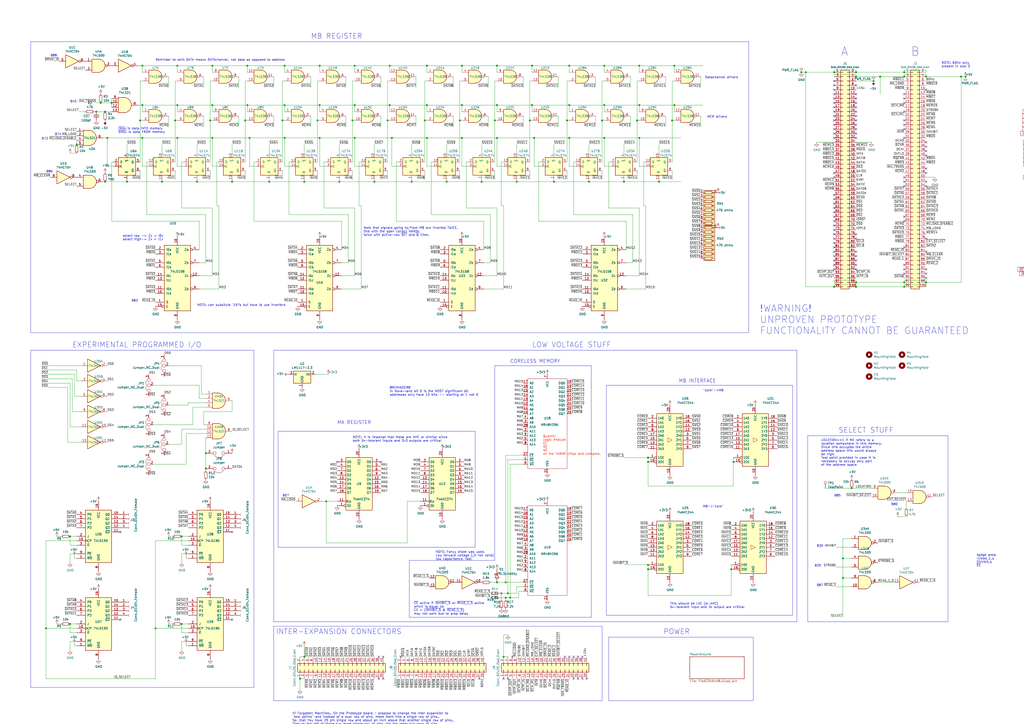
<source format=kicad_sch>
(kicad_sch (version 20230121) (generator eeschema)
  (paper "A2")
  (title_block (title "Nova FeRAM Memory Replacement") (date "2021-11-09") (rev "Mk. 0") (company "Cheese Car Systems"))
  (junction (at 382.27 105.41))
  (junction (at 226.06 38.1))
  (junction (at 119.38 262.89))
  (junction (at 226.06 60.96))
  (junction (at 389.89 69.85))
  (junction (at 483.87 41.91))
  (junction (at 105.41 361.95))
  (junction (at 143.51 38.1))
  (junction (at 341.63 105.41))
  (junction (at 330.2 38.1))
  (junction (at 288.29 80.01))
  (junction (at 82.55 38.1))
  (junction (at 238.76 105.41))
  (junction (at 224.79 69.85))
  (junction (at 375.92 267.97))
  (junction (at 26.67 364.49))
  (junction (at 308.61 38.1))
  (junction (at 292.1 381))
  (junction (at 123.19 60.96))
  (junction (at 60.96 105.41))
  (junction (at 217.17 105.41))
  (junction (at 102.87 80.01))
  (junction (at 330.2 60.96))
  (junction (at 81.28 69.85))
  (junction (at 55.88 64.77))
  (junction (at 288.29 337.82))
  (junction (at 163.83 69.85))
  (junction (at 308.61 60.96))
  (junction (at 506.73 46.99))
  (junction (at 40.64 311.15))
  (junction (at 101.6 69.85))
  (junction (at 370.84 38.1))
  (junction (at 247.65 80.01))
  (junction (at 102.87 60.96))
  (junction (at 370.84 60.96))
  (junction (at 44.45 83.82))
  (junction (at 82.55 80.01))
  (junction (at 156.21 105.41))
  (junction (at 121.92 69.85))
  (junction (at 123.19 80.01))
  (junction (at 496.57 166.37))
  (junction (at 173.99 393.7))
  (junction (at 142.24 69.85))
  (junction (at 267.97 80.01))
  (junction (at 494.03 283.21))
  (junction (at 247.65 60.96))
  (junction (at 82.55 60.96))
  (junction (at 185.42 80.01))
  (junction (at 488.95 323.85))
  (junction (at 425.45 267.97))
  (junction (at 165.1 80.01))
  (junction (at 330.2 80.01))
  (junction (at 350.52 38.1))
  (junction (at 293.37 337.82))
  (junction (at 279.4 105.41))
  (junction (at 123.19 38.1))
  (junction (at 267.97 60.96))
  (junction (at 496.57 41.91))
  (junction (at 391.16 60.96))
  (junction (at 321.31 105.41))
  (junction (at 247.65 38.1))
  (junction (at 62.23 80.01))
  (junction (at 496.57 163.83))
  (junction (at 524.51 44.45))
  (junction (at 60.96 64.77))
  (junction (at 105.41 311.15))
  (junction (at 205.74 80.01))
  (junction (at 165.1 60.96))
  (junction (at 524.51 163.83))
  (junction (at 184.15 69.85))
  (junction (at 246.38 69.85))
  (junction (at 560.07 44.45))
  (junction (at 369.57 69.85))
  (junction (at 102.87 38.1))
  (junction (at 58.42 59.69))
  (junction (at 350.52 60.96))
  (junction (at 185.42 38.1))
  (junction (at 537.21 163.83))
  (junction (at 227.33 80.01))
  (junction (at 205.74 60.96))
  (junction (at 537.21 44.45))
  (junction (at 189.23 290.83))
  (junction (at 266.7 69.85))
  (junction (at 375.92 330.2))
  (junction (at 488.95 335.28))
  (junction (at 267.97 38.1))
  (junction (at 176.53 105.41))
  (junction (at 288.29 38.1))
  (junction (at 524.51 166.37))
  (junction (at 165.1 38.1))
  (junction (at 93.98 105.41))
  (junction (at 288.29 60.96))
  (junction (at 375.92 265.43))
  (junction (at 196.85 105.41))
  (junction (at 496.57 44.45))
  (junction (at 40.64 361.95))
  (junction (at 467.36 41.91))
  (junction (at 73.66 105.41))
  (junction (at 293.37 346.71))
  (junction (at 204.47 69.85))
  (junction (at 290.83 344.17))
  (junction (at 349.25 69.85))
  (junction (at 143.51 60.96))
  (junction (at 185.42 60.96))
  (junction (at 176.53 381))
  (junction (at 370.84 80.01))
  (junction (at 144.78 80.01))
  (junction (at 361.95 105.41))
  (junction (at 134.62 105.41))
  (junction (at 328.93 69.85))
  (junction (at 309.88 80.01))
  (junction (at 294.64 344.17))
  (junction (at 510.54 44.45))
  (junction (at 391.16 38.1))
  (junction (at 119.38 271.78))
  (junction (at 259.08 105.41))
  (junction (at 375.92 327.66))
  (junction (at 524.51 41.91))
  (junction (at 307.34 69.85))
  (junction (at 483.87 166.37))
  (junction (at 424.18 330.2))
  (junction (at 114.3 105.41))
  (junction (at 90.17 364.49))
  (junction (at 295.91 346.71))
  (junction (at 205.74 38.1))
  (junction (at 287.02 69.85))
  (junction (at 299.72 105.41))
  (junction (at 64.77 59.69))
  (junction (at 350.52 80.01))
  (junction (at 557.53 44.45))
  (junction (at 464.82 41.91))
  (no_connect (at 602.615 125.73))
  (no_connect (at 537.21 87.63))
  (no_connect (at 496.57 49.53))
  (no_connect (at 483.87 102.87))
  (no_connect (at 656.59 55.245))
  (no_connect (at 524.51 102.87))
  (no_connect (at 669.29 156.845))
  (no_connect (at 602.615 135.89))
  (no_connect (at 496.57 74.93))
  (no_connect (at 537.21 82.55))
  (no_connect (at 496.57 148.59))
  (no_connect (at 219.71 381))
  (no_connect (at 69.85 308.61))
  (no_connect (at 483.87 59.69))
  (no_connect (at 656.59 106.045))
  (no_connect (at 483.87 74.93))
  (no_connect (at 496.57 67.31))
  (no_connect (at 327.66 381))
  (no_connect (at 524.51 107.95))
  (no_connect (at 483.87 156.21))
  (no_connect (at 537.21 52.07))
  (no_connect (at 483.87 80.01))
  (no_connect (at 483.87 46.99))
  (no_connect (at 669.29 85.725))
  (no_connect (at 669.29 159.385))
  (no_connect (at 496.57 54.61))
  (no_connect (at 219.71 393.7))
  (no_connect (at 496.57 135.89))
  (no_connect (at 524.51 153.67))
  (no_connect (at 496.57 62.23))
  (no_connect (at 483.87 128.27))
  (no_connect (at 602.615 128.27))
  (no_connect (at 483.87 67.31))
  (no_connect (at 602.615 148.59))
  (no_connect (at 602.615 97.79))
  (no_connect (at 656.59 57.785))
  (no_connect (at 602.615 100.33))
  (no_connect (at 294.64 393.7))
  (no_connect (at 537.21 85.09))
  (no_connect (at 483.87 77.47))
  (no_connect (at 602.615 115.57))
  (no_connect (at 537.21 90.17))
  (no_connect (at 669.29 106.045))
  (no_connect (at 483.87 120.65))
  (no_connect (at 615.315 143.51))
  (no_connect (at 537.21 100.33))
  (no_connect (at 524.51 64.77))
  (no_connect (at 669.29 103.505))
  (no_connect (at 669.29 80.645))
  (no_connect (at 537.21 138.43))
  (no_connect (at 335.28 393.7))
  (no_connect (at 483.87 143.51))
  (no_connect (at 602.615 153.67))
  (no_connect (at 496.57 69.85))
  (no_connect (at 483.87 138.43))
  (no_connect (at 524.51 80.01))
  (no_connect (at 524.51 105.41))
  (no_connect (at 483.87 49.53))
  (no_connect (at 602.615 151.13))
  (no_connect (at 483.87 148.59))
  (no_connect (at 537.21 158.75))
  (no_connect (at 278.13 393.7))
  (no_connect (at 656.59 156.845))
  (no_connect (at 483.87 54.61))
  (no_connect (at 297.18 381))
  (no_connect (at 496.57 59.69))
  (no_connect (at 524.51 59.69))
  (no_connect (at 615.315 52.07))
  (no_connect (at 483.87 115.57))
  (no_connect (at 656.59 103.505))
  (no_connect (at 615.315 77.47))
  (no_connect (at 615.315 153.67))
  (no_connect (at 524.51 54.61))
  (no_connect (at 602.615 123.19))
  (no_connect (at 524.51 128.27))
  (no_connect (at 220.98 267.97))
  (no_connect (at 537.21 105.41))
  (no_connect (at 292.1 393.7))
  (no_connect (at 524.51 74.93))
  (no_connect (at 483.87 125.73))
  (no_connect (at 656.59 100.965))
  (no_connect (at 524.51 57.15))
  (no_connect (at 669.29 98.425))
  (no_connect (at 195.58 267.97))
  (no_connect (at 483.87 62.23))
  (no_connect (at 537.21 161.29))
  (no_connect (at 537.21 146.05))
  (no_connect (at 483.87 153.67))
  (no_connect (at 496.57 156.21))
  (no_connect (at 483.87 113.03))
  (no_connect (at 483.87 69.85))
  (no_connect (at 669.29 88.265))
  (no_connect (at 483.87 100.33))
  (no_connect (at 615.315 135.89))
  (no_connect (at 524.51 72.39))
  (no_connect (at 222.25 381))
  (no_connect (at 483.87 133.35))
  (no_connect (at 483.87 140.97))
  (no_connect (at 537.21 97.79))
  (no_connect (at 524.51 156.21))
  (no_connect (at 602.615 113.03))
  (no_connect (at 524.51 158.75))
  (no_connect (at 134.62 359.41))
  (no_connect (at 483.87 52.07))
  (no_connect (at 222.25 393.7))
  (no_connect (at 496.57 77.47))
  (no_connect (at 656.59 67.945))
  (no_connect (at 537.21 107.95))
  (no_connect (at 615.315 133.35))
  (no_connect (at 134.62 308.61))
  (no_connect (at 602.615 130.81))
  (no_connect (at 483.87 135.89))
  (no_connect (at 602.615 133.35))
  (no_connect (at 602.615 110.49))
  (no_connect (at 496.57 57.15))
  (no_connect (at 656.59 70.485))
  (no_connect (at 496.57 80.01))
  (no_connect (at 615.315 148.59))
  (no_connect (at 337.82 381))
  (no_connect (at 656.59 154.305))
  (no_connect (at 483.87 146.05))
  (no_connect (at 69.85 359.41))
  (no_connect (at 496.57 138.43))
  (no_connect (at 615.315 151.13))
  (no_connect (at 496.57 151.13))
  (no_connect (at 330.2 381))
  (no_connect (at 524.51 125.73))
  (no_connect (at 669.29 83.185))
  (no_connect (at 524.51 143.51))
  (no_connect (at 483.87 151.13))
  (no_connect (at 602.615 143.51))
  (no_connect (at 496.57 64.77))
  (no_connect (at 332.74 393.7))
  (no_connect (at 656.59 126.365))
  (no_connect (at 335.28 381))
  (no_connect (at 602.615 118.11))
  (no_connect (at 656.59 52.705))
  (no_connect (at 332.74 381))
  (no_connect (at 483.87 130.81))
  (no_connect (at 496.57 72.39))
  (no_connect (at 656.59 62.865))
  (no_connect (at 337.82 393.7))
  (no_connect (at 524.51 69.85))
  (no_connect (at 656.59 78.105))
  (no_connect (at 483.87 64.77))
  (no_connect (at 656.59 73.025))
  (no_connect (at 602.615 120.65))
  (no_connect (at 483.87 57.15))
  (no_connect (at 483.87 118.11))
  (no_connect (at 602.615 140.97))
  (no_connect (at 602.615 146.05))
  (no_connect (at 656.59 123.825))
  (no_connect (at 496.57 146.05))
  (no_connect (at 602.615 138.43))
  (no_connect (at 483.87 123.19))
  (no_connect (at 537.21 156.21))
  (no_connect (at 483.87 72.39))
  (no_connect (at 340.36 393.7))
  (no_connect (at 496.57 153.67))
  (no_connect (at 615.315 146.05))
  (no_connect (at 232.41 381))
  (wire (pts (xy 288.29 60.96) (xy 288.29 64.77)))
  (wire (pts (xy 123.19 38.1) (xy 123.19 41.91)))
  (wire (pts (xy 241.3 67.31) (xy 241.3 73.66)))
  (wire (pts (xy 40.64 222.25) (xy 40.64 247.65)))
  (wire (pts (xy 287.02 69.85) (xy 288.29 69.85)))
  (wire (pts (xy 267.97 38.1) (xy 288.29 38.1)))
  (wire (pts (xy 328.93 46.99) (xy 328.93 69.85)))
  (wire (pts (xy 313.69 93.98) (xy 312.42 93.98)))
  (wire (pts (xy 334.01 93.98) (xy 332.74 93.98)))
  (wire (pts (xy 119.38 262.89) (xy 119.38 271.78)))
  (polyline (pts (xy 549.91 360.68) (xy 549.91 252.73)))
  (wire (pts (xy 370.84 80.01) (xy 394.97 80.01)))
  (wire (pts (xy 114.3 104.14) (xy 114.3 105.41)))
  (wire (pts (xy 185.42 96.52) (xy 189.23 96.52)))
  (wire (pts (xy 90.17 393.7) (xy 90.17 364.49)))
  (wire (pts (xy 247.65 96.52) (xy 251.46 96.52)))
  (wire (pts (xy 226.06 46.99) (xy 224.79 46.99)))
  (wire (pts (xy 165.1 38.1) (xy 185.42 38.1)))
  (wire (pts (xy 54.61 64.77) (xy 55.88 64.77)))
  (wire (pts (xy 134.62 88.9) (xy 134.62 83.82)))
  (wire (pts (xy 143.51 38.1) (xy 165.1 38.1)))
  (wire (pts (xy 26.67 393.7) (xy 90.17 393.7)))
  (wire (pts (xy 105.41 257.81) (xy 105.41 248.92)))
  (wire (pts (xy 288.29 160.02) (xy 280.67 160.02)))
  (wire (pts (xy 204.47 69.85) (xy 204.47 46.99)))
  (wire (pts (xy 101.6 69.85) (xy 101.6 93.98)))
  (wire (pts (xy 251.46 93.98) (xy 250.19 93.98)))
  (wire (pts (xy 303.53 67.31) (xy 303.53 73.66)))
  (wire (pts (xy 82.55 80.01) (xy 102.87 80.01)))
  (wire (pts (xy 369.57 69.85) (xy 369.57 93.98)))
  (wire (pts (xy 309.88 96.52) (xy 313.69 96.52)))
  (wire (pts (xy 537.21 40.64) (xy 524.51 40.64)))
  (wire (pts (xy 121.92 99.06) (xy 121.92 104.14)))
  (wire (pts (xy 537.21 165.1) (xy 537.21 166.37)))
  (wire (pts (xy 97.79 212.09) (xy 116.84 212.09)))
  (wire (pts (xy 189.23 290.83) (xy 189.23 314.96)))
  (wire (pts (xy 82.55 60.96) (xy 80.01 60.96)))
  (wire (pts (xy 292.1 93.98) (xy 290.83 93.98)))
  (polyline (pts (xy 351.79 223.52) (xy 459.74 223.52)))
  (wire (pts (xy 464.82 41.91) (xy 467.36 41.91)))
  (wire (pts (xy 81.28 99.06) (xy 81.28 104.14)))
  (wire (pts (xy 312.42 93.98) (xy 312.42 128.27)))
  (polyline (pts (xy 17.78 193.04) (xy 17.78 24.13)))
  (wire (pts (xy 205.74 160.02) (xy 198.12 160.02)))
  (wire (pts (xy 375.92 265.43) (xy 375.92 267.97)))
  (wire (pts (xy 44.45 321.31) (xy 40.64 321.31)))
  (wire (pts (xy 165.1 46.99) (xy 163.83 46.99)))
  (wire (pts (xy 406.4 50.8) (xy 406.4 44.45)))
  (wire (pts (xy 44.45 214.63) (xy 44.45 220.98)))
  (wire (pts (xy 341.63 105.41) (xy 361.95 105.41)))
  (wire (pts (xy 44.45 220.98) (xy 46.99 220.98)))
  (wire (pts (xy 238.76 105.41) (xy 259.08 105.41)))
  (polyline (pts (xy 436.88 369.57) (xy 353.06 369.57)))
  (wire (pts (xy 375.92 345.44) (xy 424.18 345.44)))
  (wire (pts (xy 537.21 43.18) (xy 537.21 44.45)))
  (wire (pts (xy 227.33 80.01) (xy 247.65 80.01)))
  (wire (pts (xy 116.84 228.6) (xy 119.38 228.6)))
  (wire (pts (xy 134.62 238.76) (xy 118.11 238.76)))
  (wire (pts (xy 367.03 124.46) (xy 332.74 124.46)))
  (wire (pts (xy 295.91 346.71) (xy 295.91 269.24)))
  (wire (pts (xy 354.33 93.98) (xy 353.06 93.98)))
  (wire (pts (xy 109.22 323.85) (xy 107.95 323.85)))
  (wire (pts (xy 144.78 80.01) (xy 165.1 80.01)))
  (polyline (pts (xy 342.9 358.14) (xy 342.9 212.09)))
  (wire (pts (xy 370.84 96.52) (xy 374.65 96.52)))
  (wire (pts (xy 308.61 38.1) (xy 308.61 41.91)))
  (wire (pts (xy 293.37 337.82) (xy 293.37 264.16)))
  (wire (pts (xy 236.22 314.96) (xy 236.22 290.83)))
  (wire (pts (xy 105.41 311.15) (xy 109.22 311.15)))
  (polyline (pts (xy 462.28 360.68) (xy 158.75 360.68)))
  (wire (pts (xy 134.62 232.41) (xy 134.62 238.76)))
  (wire (pts (xy 82.55 38.1) (xy 82.55 41.91)))
  (wire (pts (xy 82.55 38.1) (xy 102.87 38.1)))
  (wire (pts (xy 496.57 163.83) (xy 524.51 163.83)))
  (wire (pts (xy 224.79 69.85) (xy 224.79 93.98)))
  (wire (pts (xy 209.55 119.38) (xy 209.55 167.64)))
  (wire (pts (xy 43.18 323.85) (xy 43.18 322.58)))
  (wire (pts (xy 217.17 105.41) (xy 238.76 105.41)))
  (wire (pts (xy 299.72 344.17) (xy 299.72 340.36)))
  (wire (pts (xy 350.52 80.01) (xy 350.52 96.52)))
  (wire (pts (xy 123.19 38.1) (xy 143.51 38.1)))
  (wire (pts (xy 280.67 144.78) (xy 280.67 128.27)))
  (wire (pts (xy 375.92 281.94) (xy 425.45 281.94)))
  (wire (pts (xy 142.24 69.85) (xy 142.24 93.98)))
  (wire (pts (xy 64.77 62.23) (xy 64.77 59.69)))
  (wire (pts (xy 424.18 345.44) (xy 424.18 330.2)))
  (wire (pts (xy 425.45 267.97) (xy 425.45 265.43)))
  (wire (pts (xy 290.83 344.17) (xy 290.83 347.98)))
  (wire (pts (xy 425.45 281.94) (xy 425.45 267.97)))
  (wire (pts (xy 62.23 96.52) (xy 62.23 80.01)))
  (wire (pts (xy 97.79 361.95) (xy 100.33 361.95)))
  (wire (pts (xy 163.83 69.85) (xy 163.83 93.98)))
  (wire (pts (xy 123.19 160.02) (xy 115.57 160.02)))
  (wire (pts (xy 330.2 46.99) (xy 328.93 46.99)))
  (wire (pts (xy 109.22 316.23) (xy 105.41 316.23)))
  (wire (pts (xy 308.61 60.96) (xy 288.29 60.96)))
  (wire (pts (xy 81.28 69.85) (xy 82.55 69.85)))
  (wire (pts (xy 123.19 60.96) (xy 123.19 64.77)))
  (wire (pts (xy 483.87 162.56) (xy 483.87 163.83)))
  (wire (pts (xy 292.1 381) (xy 292.1 368.3)))
  (wire (pts (xy 90.17 364.49) (xy 90.17 313.69)))
  (wire (pts (xy 307.34 46.99) (xy 307.34 69.85)))
  (polyline (pts (xy 147.32 203.2) (xy 147.32 398.78)))
  (wire (pts (xy 226.06 60.96) (xy 247.65 60.96)))
  (wire (pts (xy 93.98 104.14) (xy 93.98 105.41)))
  (wire (pts (xy 524.51 163.83) (xy 524.51 162.56)))
  (wire (pts (xy 40.64 361.95) (xy 44.45 361.95)))
  (polyline (pts (xy 459.74 223.52) (xy 459.74 356.87)))
  (wire (pts (xy 307.34 99.06) (xy 307.34 104.14)))
  (wire (pts (xy 494.03 340.36) (xy 485.14 340.36)))
  (polyline (pts (xy 158.75 203.2) (xy 462.28 203.2)))
  (wire (pts (xy 167.64 93.98) (xy 167.64 124.46)))
  (wire (pts (xy 109.22 374.65) (xy 107.95 374.65)))
  (wire (pts (xy 524.51 40.64) (xy 524.51 41.91)))
  (wire (pts (xy 374.65 167.64) (xy 363.22 167.64)))
  (wire (pts (xy 373.38 93.98) (xy 373.38 119.38)))
  (wire (pts (xy 294.64 266.7) (xy 294.64 344.17)))
  (wire (pts (xy 266.7 46.99) (xy 267.97 46.99)))
  (wire (pts (xy 45.72 64.77) (xy 49.53 64.77)))
  (wire (pts (xy 370.84 60.96) (xy 350.52 60.96)))
  (wire (pts (xy 41.91 238.76) (xy 46.99 238.76)))
  (wire (pts (xy 488.95 323.85) (xy 494.03 323.85)))
  (wire (pts (xy 370.84 60.96) (xy 370.84 64.77)))
  (wire (pts (xy 292.1 119.38) (xy 292.1 167.64)))
  (wire (pts (xy 361.95 104.14) (xy 361.95 105.41)))
  (wire (pts (xy 200.66 44.45) (xy 200.66 50.8)))
  (wire (pts (xy 102.87 96.52) (xy 106.68 96.52)))
  (wire (pts (xy 41.91 219.71) (xy 41.91 238.76)))
  (wire (pts (xy 308.61 38.1) (xy 330.2 38.1)))
  (polyline (pts (xy 147.32 398.78) (xy 17.78 398.78)))
  (wire (pts (xy 341.63 104.14) (xy 341.63 105.41)))
  (wire (pts (xy 119.38 152.4) (xy 119.38 124.46)))
  (wire (pts (xy 107.95 323.85) (xy 107.95 322.58)))
  (wire (pts (xy 40.64 247.65) (xy 46.99 247.65)))
  (wire (pts (xy 370.84 80.01) (xy 370.84 96.52)))
  (polyline (pts (xy 17.78 398.78) (xy 17.78 203.2)))
  (wire (pts (xy 109.22 367.03) (xy 105.41 367.03)))
  (wire (pts (xy 196.85 105.41) (xy 217.17 105.41)))
  (wire (pts (xy 292.1 167.64) (xy 280.67 167.64)))
  (wire (pts (xy 62.23 80.01) (xy 82.55 80.01)))
  (wire (pts (xy 163.83 99.06) (xy 163.83 104.14)))
  (wire (pts (xy 43.18 229.87) (xy 46.99 229.87)))
  (wire (pts (xy 349.25 69.85) (xy 349.25 93.98)))
  (wire (pts (xy 114.3 88.9) (xy 114.3 83.82)))
  (wire (pts (xy 209.55 167.64) (xy 198.12 167.64)))
  (wire (pts (xy 105.41 93.98) (xy 105.41 120.65)))
  (wire (pts (xy 483.87 40.64) (xy 483.87 41.91)))
  (wire (pts (xy 375.92 267.97) (xy 375.92 281.94)))
  (wire (pts (xy 93.98 105.41) (xy 114.3 105.41)))
  (wire (pts (xy 332.74 93.98) (xy 332.74 124.46)))
  (wire (pts (xy 467.36 166.37) (xy 483.87 166.37)))
  (wire (pts (xy 205.74 96.52) (xy 209.55 96.52)))
  (polyline (pts (xy 549.91 252.73) (xy 468.63 252.73)))
  (wire (pts (xy 116.84 212.09) (xy 116.84 228.6)))
  (wire (pts (xy 165.1 38.1) (xy 165.1 41.91)))
  (polyline (pts (xy 342.9 212.09) (xy 287.02 212.09)))
  (wire (pts (xy 138.43 44.45) (xy 138.43 50.8)))
  (wire (pts (xy 227.33 96.52) (xy 231.14 96.52)))
  (wire (pts (xy 520.7 299.72) (xy 525.78 299.72)))
  (wire (pts (xy 375.92 330.2) (xy 375.92 345.44)))
  (wire (pts (xy 294.64 344.17) (xy 299.72 344.17)))
  (wire (pts (xy 123.19 80.01) (xy 123.19 96.52)))
  (wire (pts (xy 123.19 120.65) (xy 123.19 160.02)))
  (polyline (pts (xy 287.02 212.09) (xy 287.02 325.12)))
  (wire (pts (xy 293.37 346.71) (xy 293.37 347.98)))
  (wire (pts (xy 266.7 69.85) (xy 266.7 93.98)))
  (wire (pts (xy 391.16 38.1) (xy 407.67 38.1)))
  (wire (pts (xy 73.66 105.41) (xy 93.98 105.41)))
  (wire (pts (xy 524.51 162.56) (xy 537.21 162.56)))
  (polyline (pts (xy 17.78 24.13) (xy 434.34 24.13)))
  (wire (pts (xy 341.63 88.9) (xy 341.63 83.82)))
  (wire (pts (xy 259.08 104.14) (xy 259.08 105.41)))
  (polyline (pts (xy 459.74 356.87) (xy 351.79 356.87)))
  (wire (pts (xy 557.53 44.45) (xy 560.07 44.45)))
  (wire (pts (xy 323.85 67.31) (xy 323.85 73.66)))
  (wire (pts (xy 289.56 344.17) (xy 290.83 344.17)))
  (wire (pts (xy 148.59 93.98) (xy 147.32 93.98)))
  (wire (pts (xy 350.52 96.52) (xy 354.33 96.52)))
  (wire (pts (xy 102.87 60.96) (xy 102.87 64.77)))
  (wire (pts (xy 290.83 344.17) (xy 294.64 344.17)))
  (wire (pts (xy 246.38 46.99) (xy 246.38 69.85)))
  (wire (pts (xy 143.51 38.1) (xy 143.51 41.91)))
  (wire (pts (xy 224.79 46.99) (xy 224.79 69.85)))
  (wire (pts (xy 134.62 105.41) (xy 156.21 105.41)))
  (wire (pts (xy 510.54 44.45) (xy 524.51 44.45)))
  (wire (pts (xy 361.95 88.9) (xy 361.95 83.82)))
  (wire (pts (xy 369.57 69.85) (xy 370.84 69.85)))
  (wire (pts (xy 158.75 67.31) (xy 158.75 73.66)))
  (wire (pts (xy 44.45 367.03) (xy 40.64 367.03)))
  (wire (pts (xy 205.74 80.01) (xy 227.33 80.01)))
  (wire (pts (xy 236.22 290.83) (xy 243.84 290.83)))
  (wire (pts (xy 284.48 124.46) (xy 250.19 124.46)))
  (wire (pts (xy 101.6 69.85) (xy 102.87 69.85)))
  (wire (pts (xy 369.57 99.06) (xy 369.57 104.14)))
  (wire (pts (xy 289.56 346.71) (xy 293.37 346.71)))
  (wire (pts (xy 382.27 88.9) (xy 382.27 83.82)))
  (wire (pts (xy 267.97 80.01) (xy 267.97 96.52)))
  (wire (pts (xy 350.52 80.01) (xy 370.84 80.01)))
  (wire (pts (xy 308.61 60.96) (xy 308.61 64.77)))
  (wire (pts (xy 39.37 224.79) (xy 39.37 256.54)))
  (wire (pts (xy 127 93.98) (xy 125.73 93.98)))
  (wire (pts (xy 163.83 69.85) (xy 165.1 69.85)))
  (wire (pts (xy 288.29 120.65) (xy 288.29 160.02)))
  (wire (pts (xy 82.55 46.99) (xy 81.28 46.99)))
  (wire (pts (xy 288.29 60.96) (xy 267.97 60.96)))
  (wire (pts (xy 101.6 69.85) (xy 101.6 46.99)))
  (wire (pts (xy 537.21 41.91) (xy 537.21 40.64)))
  (wire (pts (xy 168.91 93.98) (xy 167.64 93.98)))
  (wire (pts (xy 101.6 46.99) (xy 102.87 46.99)))
  (wire (pts (xy 280.67 128.27) (xy 229.87 128.27)))
  (wire (pts (xy 189.23 314.96) (xy 236.22 314.96)))
  (wire (pts (xy 478.79 283.21) (xy 494.03 283.21)))
  (wire (pts (xy 290.83 119.38) (xy 292.1 119.38)))
  (wire (pts (xy 345.44 44.45) (xy 345.44 50.8)))
  (wire (pts (xy 102.87 38.1) (xy 123.19 38.1)))
  (wire (pts (xy 496.57 163.83) (xy 496.57 162.56)))
  (wire (pts (xy 485.14 317.5) (xy 494.03 317.5)))
  (wire (pts (xy 309.88 96.52) (xy 309.88 80.01)))
  (wire (pts (xy 205.74 120.65) (xy 205.74 160.02)))
  (wire (pts (xy 330.2 38.1) (xy 330.2 41.91)))
  (wire (pts (xy 40.64 321.31) (xy 40.64 326.39)))
  (wire (pts (xy 288.29 80.01) (xy 309.88 80.01)))
  (wire (pts (xy 205.74 38.1) (xy 226.06 38.1)))
  (wire (pts (xy 208.28 119.38) (xy 209.55 119.38)))
  (wire (pts (xy 226.06 60.96) (xy 205.74 60.96)))
  (wire (pts (xy 40.64 372.11) (xy 40.64 377.19)))
  (wire (pts (xy 537.21 102.87) (xy 542.29 102.87)))
  (wire (pts (xy 82.55 96.52) (xy 86.36 96.52)))
  (wire (pts (xy 119.38 254) (xy 119.38 262.89)))
  (wire (pts (xy 267.97 60.96) (xy 267.97 64.77)))
  (wire (pts (xy 105.41 372.11) (xy 105.41 377.19)))
  (wire (pts (xy 33.02 311.15) (xy 35.56 311.15)))
  (wire (pts (xy 266.7 69.85) (xy 266.7 46.99)))
  (wire (pts (xy 165.1 60.96) (xy 165.1 64.77)))
  (wire (pts (xy 60.96 64.77) (xy 64.77 64.77)))
  (wire (pts (xy 226.06 38.1) (xy 247.65 38.1)))
  (polyline (pts (xy 353.06 406.4) (xy 436.88 406.4)))
  (wire (pts (xy 115.57 128.27) (xy 64.77 128.27)))
  (wire (pts (xy 345.44 67.31) (xy 345.44 73.66)))
  (wire (pts (xy 496.57 166.37) (xy 524.51 166.37)))
  (wire (pts (xy 134.62 104.14) (xy 134.62 105.41)))
  (wire (pts (xy 557.53 163.83) (xy 537.21 163.83)))
  (wire (pts (xy 180.34 67.31) (xy 180.34 73.66)))
  (wire (pts (xy 109.22 372.11) (xy 105.41 372.11)))
  (wire (pts (xy 287.02 46.99) (xy 288.29 46.99)))
  (wire (pts (xy 307.34 69.85) (xy 308.61 69.85)))
  (wire (pts (xy 142.24 99.06) (xy 142.24 104.14)))
  (polyline (pts (xy 161.29 250.19) (xy 161.29 317.5)))
  (wire (pts (xy 26.67 364.49) (xy 26.67 393.7)))
  (wire (pts (xy 367.03 152.4) (xy 367.03 124.46)))
  (polyline (pts (xy 468.63 252.73) (xy 468.63 360.68)))
  (wire (pts (xy 176.53 374.65) (xy 176.53 381)))
  (wire (pts (xy 328.93 99.06) (xy 328.93 104.14)))
  (wire (pts (xy 196.85 88.9) (xy 196.85 83.82)))
  (wire (pts (xy 330.2 80.01) (xy 350.52 80.01)))
  (wire (pts (xy 106.68 93.98) (xy 105.41 93.98)))
  (wire (pts (xy 496.57 44.45) (xy 496.57 43.18)))
  (wire (pts (xy 496.57 43.18) (xy 483.87 43.18)))
  (wire (pts (xy 271.78 93.98) (xy 270.51 93.98)))
  (wire (pts (xy 467.36 41.91) (xy 483.87 41.91)))
  (wire (pts (xy 26.67 313.69) (xy 26.67 364.49)))
  (wire (pts (xy 496.57 44.45) (xy 510.54 44.45)))
  (wire (pts (xy 156.21 104.14) (xy 156.21 105.41)))
  (wire (pts (xy 293.37 346.71) (xy 295.91 346.71)))
  (wire (pts (xy 247.65 60.96) (xy 247.65 64.77)))
  (wire (pts (xy 184.15 69.85) (xy 184.15 93.98)))
  (wire (pts (xy 119.38 271.78) (xy 119.38 273.05)))
  (wire (pts (xy 107.95 374.65) (xy 107.95 373.38)))
  (wire (pts (xy 270.51 120.65) (xy 288.29 120.65)))
  (wire (pts (xy 424.18 330.2) (xy 424.18 327.66)))
  (wire (pts (xy 227.33 96.52) (xy 227.33 80.01)))
  (wire (pts (xy 109.22 234.95) (xy 109.22 233.68)))
  (wire (pts (xy 44.45 316.23) (xy 40.64 316.23)))
  (polyline (pts (xy 434.34 193.04) (xy 17.78 193.04)))
  (polyline (pts (xy 353.06 369.57) (xy 353.06 406.4)))
  (wire (pts (xy 142.24 69.85) (xy 143.51 69.85)))
  (wire (pts (xy 73.66 104.14) (xy 73.66 105.41)))
  (wire (pts (xy 44.45 374.65) (xy 43.18 374.65)))
  (wire (pts (xy 467.36 41.91) (xy 467.36 166.37)))
  (wire (pts (xy 204.47 69.85) (xy 204.47 93.98)))
  (wire (pts (xy 483.87 166.37) (xy 483.87 165.1)))
  (wire (pts (xy 496.57 46.99) (xy 506.73 46.99)))
  (wire (pts (xy 288.29 80.01) (xy 288.29 96.52)))
  (wire (pts (xy 284.48 337.82) (xy 288.29 337.82)))
  (wire (pts (xy 111.76 236.22) (xy 119.38 236.22)))
  (wire (pts (xy 259.08 105.41) (xy 279.4 105.41)))
  (wire (pts (xy 330.2 60.96) (xy 330.2 64.77)))
  (wire (pts (xy 349.25 69.85) (xy 350.52 69.85)))
  (wire (pts (xy 246.38 99.06) (xy 246.38 104.14)))
  (wire (pts (xy 187.96 93.98) (xy 187.96 120.65)))
  (wire (pts (xy 27.94 217.17) (xy 43.18 217.17)))
  (wire (pts (xy 217.17 104.14) (xy 217.17 105.41)))
  (wire (pts (xy 204.47 99.06) (xy 204.47 104.14)))
  (wire (pts (xy 44.45 88.9) (xy 40.64 88.9)))
  (wire (pts (xy 299.72 340.36) (xy 303.53 340.36)))
  (wire (pts (xy 88.9 269.24) (xy 107.95 269.24)))
  (wire (pts (xy 184.15 46.99) (xy 185.42 46.99)))
  (polyline (pts (xy 468.63 360.68) (xy 549.91 360.68)))
  (wire (pts (xy 119.38 124.46) (xy 85.09 124.46)))
  (wire (pts (xy 189.23 93.98) (xy 187.96 93.98)))
  (wire (pts (xy 247.65 80.01) (xy 247.65 96.52)))
  (wire (pts (xy 386.08 44.45) (xy 386.08 50.8)))
  (wire (pts (xy 123.19 60.96) (xy 102.87 60.96)))
  (wire (pts (xy 250.19 93.98) (xy 250.19 124.46)))
  (wire (pts (xy 391.16 60.96) (xy 370.84 60.96)))
  (wire (pts (xy 186.69 290.83) (xy 189.23 290.83)))
  (wire (pts (xy 165.1 80.01) (xy 185.42 80.01)))
  (wire (pts (xy 97.79 234.95) (xy 109.22 234.95)))
  (wire (pts (xy 259.08 88.9) (xy 259.08 83.82)))
  (wire (pts (xy 361.95 265.43) (xy 375.92 265.43)))
  (wire (pts (xy 373.38 119.38) (xy 374.65 119.38)))
  (wire (pts (xy 105.41 120.65) (xy 123.19 120.65)))
  (wire (pts (xy 180.34 44.45) (xy 180.34 50.8)))
  (wire (pts (xy 185.42 38.1) (xy 205.74 38.1)))
  (wire (pts (xy 524.51 166.37) (xy 524.51 165.1)))
  (wire (pts (xy 510.54 44.45) (xy 510.54 54.61)))
  (wire (pts (xy 299.72 105.41) (xy 321.31 105.41)))
  (wire (pts (xy 365.76 44.45) (xy 365.76 50.8)))
  (wire (pts (xy 300.99 342.9) (xy 303.53 342.9)))
  (wire (pts (xy 27.94 224.79) (xy 39.37 224.79)))
  (wire (pts (xy 238.76 83.82) (xy 238.76 88.9)))
  (wire (pts (xy 363.22 144.78) (xy 363.22 128.27)))
  (wire (pts (xy 303.53 44.45) (xy 303.53 50.8)))
  (polyline (pts (xy 351.79 356.87) (xy 351.79 223.52)))
  (wire (pts (xy 537.21 44.45) (xy 557.53 44.45)))
  (wire (pts (xy 524.51 165.1) (xy 537.21 165.1)))
  (wire (pts (xy 39.37 256.54) (xy 46.99 256.54)))
  (wire (pts (xy 102.87 80.01) (xy 102.87 96.52)))
  (wire (pts (xy 118.11 67.31) (xy 118.11 73.66)))
  (wire (pts (xy 59.69 80.01) (xy 62.23 80.01)))
  (wire (pts (xy 85.09 93.98) (xy 85.09 124.46)))
  (wire (pts (xy 262.89 67.31) (xy 262.89 73.66)))
  (wire (pts (xy 184.15 99.06) (xy 184.15 104.14)))
  (wire (pts (xy 363.22 128.27) (xy 312.42 128.27)))
  (wire (pts (xy 224.79 69.85) (xy 226.06 69.85)))
  (wire (pts (xy 330.2 38.1) (xy 350.52 38.1)))
  (wire (pts (xy 349.25 99.06) (xy 349.25 104.14)))
  (wire (pts (xy 27.94 214.63) (xy 44.45 214.63)))
  (wire (pts (xy 109.22 233.68) (xy 119.38 233.68)))
  (wire (pts (xy 509.27 337.82) (xy 518.16 337.82)))
  (wire (pts (xy 488.95 312.42) (xy 494.03 312.42)))
  (wire (pts (xy 156.21 105.41) (xy 176.53 105.41)))
  (wire (pts (xy 114.3 105.41) (xy 134.62 105.41)))
  (wire (pts (xy 267.97 38.1) (xy 267.97 41.91)))
  (wire (pts (xy 208.28 93.98) (xy 208.28 119.38)))
  (wire (pts (xy 293.37 337.82) (xy 303.53 337.82)))
  (wire (pts (xy 107.95 269.24) (xy 107.95 251.46)))
  (wire (pts (xy 321.31 83.82) (xy 321.31 88.9)))
  (wire (pts (xy 156.21 83.82) (xy 156.21 88.9)))
  (wire (pts (xy 184.15 69.85) (xy 184.15 46.99)))
  (wire (pts (xy 165.1 96.52) (xy 168.91 96.52)))
  (wire (pts (xy 81.28 46.99) (xy 81.28 69.85)))
  (wire (pts (xy 299.72 104.14) (xy 299.72 105.41)))
  (wire (pts (xy 123.19 96.52) (xy 127 96.52)))
  (wire (pts (xy 485.14 328.93) (xy 494.03 328.93)))
  (polyline (pts (xy 161.29 317.5) (xy 275.59 317.5)))
  (wire (pts (xy 386.08 67.31) (xy 386.08 73.66)))
  (wire (pts (xy 349.25 69.85) (xy 349.25 46.99)))
  (wire (pts (xy 483.87 165.1) (xy 496.57 165.1)))
  (polyline (pts (xy 158.75 363.22) (xy 349.25 363.22)))
  (wire (pts (xy 241.3 50.8) (xy 241.3 44.45)))
  (wire (pts (xy 200.66 67.31) (xy 200.66 73.66)))
  (wire (pts (xy 323.85 50.8) (xy 323.85 44.45)))
  (wire (pts (xy 185.42 60.96) (xy 165.1 60.96)))
  (wire (pts (xy 328.93 69.85) (xy 330.2 69.85)))
  (wire (pts (xy 391.16 38.1) (xy 391.16 41.91)))
  (wire (pts (xy 55.88 59.69) (xy 58.42 59.69)))
  (wire (pts (xy 205.74 60.96) (xy 205.74 64.77)))
  (wire (pts (xy 209.55 93.98) (xy 208.28 93.98)))
  (polyline (pts (xy 158.75 406.4) (xy 158.75 363.22)))
  (wire (pts (xy 185.42 38.1) (xy 185.42 41.91)))
  (wire (pts (xy 44.45 81.28) (xy 44.45 83.82)))
  (wire (pts (xy 266.7 99.06) (xy 266.7 104.14)))
  (wire (pts (xy 287.02 69.85) (xy 287.02 46.99)))
  (polyline (pts (xy 287.02 325.12) (xy 237.49 325.12)))
  (wire (pts (xy 90.17 313.69) (xy 109.22 313.69)))
  (wire (pts (xy 102.87 80.01) (xy 123.19 80.01)))
  (wire (pts (xy 288.29 38.1) (xy 288.29 41.91)))
  (wire (pts (xy 86.36 93.98) (xy 85.09 93.98)))
  (wire (pts (xy 374.65 119.38) (xy 374.65 167.64)))
  (wire (pts (xy 279.4 105.41) (xy 299.72 105.41)))
  (wire (pts (xy 389.89 69.85) (xy 391.16 69.85)))
  (wire (pts (xy 247.65 46.99) (xy 246.38 46.99)))
  (polyline (pts (xy 349.25 406.4) (xy 158.75 406.4)))
  (wire (pts (xy 283.21 67.31) (xy 283.21 73.66)))
  (wire (pts (xy 27.94 219.71) (xy 41.91 219.71)))
  (wire (pts (xy 176.53 104.14) (xy 176.53 105.41)))
  (wire (pts (xy 353.06 120.65) (xy 370.84 120.65)))
  (wire (pts (xy 290.83 93.98) (xy 290.83 119.38)))
  (wire (pts (xy 279.4 88.9) (xy 279.4 83.82)))
  (wire (pts (xy 201.93 152.4) (xy 201.93 124.46)))
  (wire (pts (xy 26.67 364.49) (xy 44.45 364.49)))
  (wire (pts (xy 176.53 381) (xy 173.99 381)))
  (wire (pts (xy 350.52 38.1) (xy 370.84 38.1)))
  (wire (pts (xy 294.64 381) (xy 292.1 381)))
  (wire (pts (xy 60.96 105.41) (xy 73.66 105.41)))
  (wire (pts (xy 224.79 99.06) (xy 224.79 104.14)))
  (wire (pts (xy 185.42 60.96) (xy 185.42 64.77)))
  (wire (pts (xy 350.52 60.96) (xy 350.52 64.77)))
  (wire (pts (xy 391.16 46.99) (xy 389.89 46.99)))
  (wire (pts (xy 370.84 38.1) (xy 391.16 38.1)))
  (wire (pts (xy 143.51 46.99) (xy 142.24 46.99)))
  (wire (pts (xy 524.51 44.45) (xy 524.51 43.18)))
  (wire (pts (xy 198.12 144.78) (xy 198.12 128.27)))
  (wire (pts (xy 350.52 38.1) (xy 350.52 41.91)))
  (wire (pts (xy 283.21 44.45) (xy 283.21 50.8)))
  (wire (pts (xy 121.92 46.99) (xy 123.19 46.99)))
  (wire (pts (xy 247.65 80.01) (xy 267.97 80.01)))
  (wire (pts (xy 143.51 60.96) (xy 165.1 60.96)))
  (wire (pts (xy 375.92 327.66) (xy 375.92 330.2)))
  (wire (pts (xy 321.31 104.14) (xy 321.31 105.41)))
  (wire (pts (xy 125.73 93.98) (xy 125.73 119.38)))
  (wire (pts (xy 488.95 323.85) (xy 488.95 312.42)))
  (wire (pts (xy 525.78 290.83) (xy 525.78 294.64)))
  (wire (pts (xy 189.23 290.83) (xy 195.58 290.83)))
  (wire (pts (xy 262.89 44.45) (xy 262.89 50.8)))
  (wire (pts (xy 389.89 99.06) (xy 389.89 104.14)))
  (wire (pts (xy 62.23 96.52) (xy 66.04 96.52)))
  (wire (pts (xy 382.27 104.14) (xy 382.27 105.41)))
  (wire (pts (xy 66.04 93.98) (xy 64.77 93.98)))
  (wire (pts (xy 483.87 43.18) (xy 483.87 44.45)))
  (wire (pts (xy 363.22 152.4) (xy 367.03 152.4)))
  (wire (pts (xy 496.57 41.91) (xy 496.57 40.64)))
  (wire (pts (xy 27.94 222.25) (xy 40.64 222.25)))
  (wire (pts (xy 231.14 93.98) (xy 229.87 93.98)))
  (wire (pts (xy 97.79 257.81) (xy 105.41 257.81)))
  (wire (pts (xy 115.57 144.78) (xy 115.57 128.27)))
  (wire (pts (xy 43.18 374.65) (xy 43.18 373.38)))
  (wire (pts (xy 105.41 321.31) (xy 105.41 326.39)))
  (wire (pts (xy 391.16 60.96) (xy 391.16 64.77)))
  (wire (pts (xy 118.11 246.38) (xy 119.38 246.38)))
  (wire (pts (xy 107.95 251.46) (xy 119.38 251.46)))
  (wire (pts (xy 185.42 80.01) (xy 185.42 96.52)))
  (wire (pts (xy 105.41 361.95) (xy 109.22 361.95)))
  (wire (pts (xy 295.91 346.71) (xy 300.99 346.71)))
  (wire (pts (xy 288.29 38.1) (xy 308.61 38.1)))
  (wire (pts (xy 488.95 335.28) (xy 488.95 323.85)))
  (wire (pts (xy 27.94 212.09) (xy 46.99 212.09)))
  (wire (pts (xy 349.25 46.99) (xy 350.52 46.99)))
  (wire (pts (xy 142.24 46.99) (xy 142.24 69.85)))
  (wire (pts (xy 292.1 368.3) (xy 294.64 368.3)))
  (wire (pts (xy 321.31 105.41) (xy 341.63 105.41)))
  (wire (pts (xy 270.51 93.98) (xy 270.51 120.65)))
  (wire (pts (xy 121.92 69.85) (xy 121.92 93.98)))
  (wire (pts (xy 93.98 88.9) (xy 93.98 83.82)))
  (wire (pts (xy 229.87 93.98) (xy 229.87 128.27)))
  (wire (pts (xy 374.65 93.98) (xy 373.38 93.98)))
  (wire (pts (xy 267.97 96.52) (xy 271.78 96.52)))
  (wire (pts (xy 496.57 40.64) (xy 483.87 40.64)))
  (wire (pts (xy 361.95 105.41) (xy 382.27 105.41)))
  (wire (pts (xy 55.88 64.77) (xy 60.96 64.77)))
  (wire (pts (xy 73.66 83.82) (xy 73.66 88.9)))
  (wire (pts (xy 44.45 313.69) (xy 26.67 313.69)))
  (wire (pts (xy 115.57 231.14) (xy 119.38 231.14)))
  (wire (pts (xy 364.49 327.66) (xy 375.92 327.66)))
  (wire (pts (xy 537.21 162.56) (xy 537.21 163.83)))
  (wire (pts (xy 182.88 217.17) (xy 190.5 217.17)))
  (polyline (pts (xy 237.49 325.12) (xy 237.49 358.14)))
  (wire (pts (xy 144.78 96.52) (xy 144.78 80.01)))
  (wire (pts (xy 105.41 367.03) (xy 105.41 361.95)))
  (wire (pts (xy 365.76 67.31) (xy 365.76 73.66)))
  (polyline (pts (xy 275.59 317.5) (xy 275.59 250.19)))
  (wire (pts (xy 205.74 80.01) (xy 205.74 96.52)))
  (wire (pts (xy 205.74 38.1) (xy 205.74 41.91)))
  (polyline (pts (xy 434.34 24.13) (xy 434.34 193.04)))
  (wire (pts (xy 43.18 217.17) (xy 43.18 229.87)))
  (wire (pts (xy 220.98 44.45) (xy 220.98 50.8)))
  (wire (pts (xy 111.76 246.38) (xy 111.76 236.22)))
  (wire (pts (xy 173.99 393.7) (xy 176.53 393.7)))
  (wire (pts (xy 266.7 69.85) (xy 267.97 69.85)))
  (wire (pts (xy 198.12 128.27) (xy 147.32 128.27)))
  (wire (pts (xy 279.4 104.14) (xy 279.4 105.41)))
  (wire (pts (xy 483.87 82.55) (xy 473.71 82.55)))
  (wire (pts (xy 226.06 60.96) (xy 226.06 64.77)))
  (wire (pts (xy 121.92 69.85) (xy 121.92 46.99)))
  (wire (pts (xy 81.28 69.85) (xy 81.28 93.98)))
  (polyline (pts (xy 237.49 358.14) (xy 342.9 358.14)))
  (wire (pts (xy 101.6 99.06) (xy 101.6 104.14)))
  (wire (pts (xy 118.11 238.76) (xy 118.11 246.38)))
  (wire (pts (xy 138.43 67.31) (xy 138.43 73.66)))
  (wire (pts (xy 118.11 44.45) (xy 118.11 50.8)))
  (wire (pts (xy 185.42 80.01) (xy 205.74 80.01)))
  (wire (pts (xy 204.47 46.99) (xy 205.74 46.99)))
  (wire (pts (xy 121.92 69.85) (xy 123.19 69.85)))
  (wire (pts (xy 246.38 69.85) (xy 246.38 93.98)))
  (wire (pts (xy 300.99 346.71) (xy 300.99 342.9)))
  (wire (pts (xy 280.67 152.4) (xy 284.48 152.4)))
  (wire (pts (xy 287.02 99.06) (xy 287.02 104.14)))
  (wire (pts (xy 40.64 367.03) (xy 40.64 361.95)))
  (wire (pts (xy 97.79 311.15) (xy 100.33 311.15)))
  (wire (pts (xy 370.84 160.02) (xy 363.22 160.02)))
  (wire (pts (xy 247.65 38.1) (xy 247.65 41.91)))
  (wire (pts (xy 370.84 38.1) (xy 370.84 41.91)))
  (wire (pts (xy 369.57 46.99) (xy 370.84 46.99)))
  (wire (pts (xy 143.51 60.96) (xy 123.19 60.96)))
  (wire (pts (xy 44.45 372.11) (xy 40.64 372.11)))
  (wire (pts (xy 64.77 59.69) (xy 64.77 57.15)))
  (polyline (pts (xy 17.78 203.2) (xy 147.32 203.2)))
  (wire (pts (xy 58.42 59.69) (xy 64.77 59.69)))
  (wire (pts (xy 308.61 60.96) (xy 330.2 60.96)))
  (wire (pts (xy 496.57 165.1) (xy 496.57 166.37)))
  (polyline (pts (xy 158.75 360.68) (xy 158.75 203.2)))
  (wire (pts (xy 196.85 104.14) (xy 196.85 105.41)))
  (wire (pts (xy 328.93 69.85) (xy 328.93 93.98)))
  (wire (pts (xy 488.95 335.28) (xy 494.03 335.28)))
  (wire (pts (xy 267.97 60.96) (xy 247.65 60.96)))
  (wire (pts (xy 82.55 80.01) (xy 82.55 96.52)))
  (wire (pts (xy 59.69 105.41) (xy 60.96 105.41)))
  (wire (pts (xy 204.47 69.85) (xy 205.74 69.85)))
  (wire (pts (xy 147.32 93.98) (xy 147.32 128.27)))
  (wire (pts (xy 90.17 364.49) (xy 109.22 364.49)))
  (wire (pts (xy 173.99 393.7) (xy 173.99 400.05)))
  (wire (pts (xy 369.57 69.85) (xy 369.57 46.99)))
  (wire (pts (xy 557.53 44.45) (xy 557.53 163.83)))
  (wire (pts (xy 330.2 80.01) (xy 330.2 96.52)))
  (wire (pts (xy 198.12 152.4) (xy 201.93 152.4)))
  (wire (pts (xy 127 119.38) (xy 127 167.64)))
  (wire (pts (xy 496.57 162.56) (xy 483.87 162.56)))
  (wire (pts (xy 524.51 43.18) (xy 537.21 43.18)))
  (wire (pts (xy 382.27 105.41) (xy 394.97 105.41)))
  (wire (pts (xy 496.57 41.91) (xy 524.51 41.91)))
  (wire (pts (xy 115.57 223.52) (xy 115.57 231.14)))
  (wire (pts (xy 102.87 38.1) (xy 102.87 41.91)))
  (wire (pts (xy 143.51 60.96) (xy 143.51 64.77)))
  (wire (pts (xy 226.06 38.1) (xy 226.06 41.91)))
  (wire (pts (xy 105.41 248.92) (xy 119.38 248.92)))
  (wire (pts (xy 488.95 335.28) (xy 488.95 358.14)))
  (wire (pts (xy 284.48 152.4) (xy 284.48 124.46)))
  (wire (pts (xy 123.19 80.01) (xy 144.78 80.01)))
  (wire (pts (xy 82.55 60.96) (xy 82.55 64.77)))
  (polyline (pts (xy 349.25 363.22) (xy 349.25 406.4)))
  (wire (pts (xy 184.15 69.85) (xy 185.42 69.85)))
  (wire (pts (xy 115.57 152.4) (xy 119.38 152.4)))
  (wire (pts (xy 33.02 361.95) (xy 35.56 361.95)))
  (wire (pts (xy 370.84 120.65) (xy 370.84 160.02)))
  (wire (pts (xy 125.73 119.38) (xy 127 119.38)))
  (wire (pts (xy 88.9 223.52) (xy 115.57 223.52)))
  (wire (pts (xy 205.74 60.96) (xy 185.42 60.96)))
  (wire (pts (xy 299.72 88.9) (xy 299.72 83.82)))
  (wire (pts (xy 505.46 283.21) (xy 494.03 283.21)))
  (wire (pts (xy 389.89 46.99) (xy 389.89 69.85)))
  (wire (pts (xy 267.97 80.01) (xy 288.29 80.01)))
  (wire (pts (xy 105.41 316.23) (xy 105.41 311.15)))
  (wire (pts (xy 127 167.64) (xy 115.57 167.64)))
  (wire (pts (xy 176.53 88.9) (xy 176.53 83.82)))
  (wire (pts (xy 80.01 38.1) (xy 82.55 38.1)))
  (wire (pts (xy 406.4 67.31) (xy 406.4 73.66)))
  (wire (pts (xy 97.79 44.45) (xy 97.79 50.8)))
  (wire (pts (xy 295.91 269.24) (xy 303.53 269.24)))
  (wire (pts (xy 220.98 67.31) (xy 220.98 73.66)))
  (wire (pts (xy 307.34 69.85) (xy 307.34 93.98)))
  (wire (pts (xy 520.7 285.75) (xy 525.78 285.75)))
  (wire (pts (xy 187.96 120.65) (xy 205.74 120.65)))
  (wire (pts (xy 163.83 46.99) (xy 163.83 69.85)))
  (wire (pts (xy 293.37 264.16) (xy 303.53 264.16)))
  (wire (pts (xy 238.76 104.14) (xy 238.76 105.41)))
  (wire (pts (xy 44.45 323.85) (xy 43.18 323.85)))
  (wire (pts (xy 201.93 124.46) (xy 167.64 124.46)))
  (wire (pts (xy 330.2 96.52) (xy 334.01 96.52)))
  (wire (pts (xy 407.67 60.96) (xy 391.16 60.96)))
  (wire (pts (xy 389.89 69.85) (xy 389.89 93.98)))
  (polyline (pts (xy 275.59 250.19) (xy 161.29 250.19)))
  (polyline (pts (xy 436.88 406.4) (xy 436.88 369.57)))
  (wire (pts (xy 176.53 105.41) (xy 196.85 105.41)))
  (wire (pts (xy 247.65 38.1) (xy 267.97 38.1)))
  (wire (pts (xy 308.61 46.99) (xy 307.34 46.99)))
  (polyline (pts (xy 462.28 203.2) (xy 462.28 360.68)))
  (wire (pts (xy 246.38 69.85) (xy 247.65 69.85)))
  (wire (pts (xy 350.52 60.96) (xy 330.2 60.96)))
  (wire (pts (xy 294.64 266.7) (xy 303.53 266.7)))
  (wire (pts (xy 88.9 246.38) (xy 111.76 246.38)))
  (wire (pts (xy 40.64 311.15) (xy 44.45 311.15)))
  (wire (pts (xy 40.64 316.23) (xy 40.64 311.15)))
  (wire (pts (xy 287.02 69.85) (xy 287.02 93.98)))
  (wire (pts (xy 309.88 80.01) (xy 330.2 80.01)))
  (wire (pts (xy 288.29 337.82) (xy 293.37 337.82)))
  (wire (pts (xy 102.87 60.96) (xy 82.55 60.96)))
  (wire (pts (xy 144.78 96.52) (xy 148.59 96.52)))
  (wire (pts (xy 64.77 93.98) (xy 64.77 128.27)))
  (wire (pts (xy 97.79 67.31) (xy 97.79 73.66)))
  (wire (pts (xy 109.22 321.31) (xy 105.41 321.31)))
  (wire (pts (xy 288.29 96.52) (xy 292.1 96.52)))
  (wire (pts (xy 496.57 82.55) (xy 505.46 82.55)))
  (wire (pts (xy 217.17 88.9) (xy 217.17 83.82)))
  (wire (pts (xy 165.1 80.01) (xy 165.1 96.52)))
  (wire (pts (xy 353.06 93.98) (xy 353.06 120.65)))
  (wire (pts (xy 158.75 50.8) (xy 158.75 44.45)))
  (text "Reminder to self: DATA means DATAchannel, not data as opposed to address" (at 90.17 35.56 0) (effects (font (size 1.27 1.27)) (justify left bottom)))
  (text "LOCATION==1 if MA refers to a \nlocation somewhere in this memory.\nSince this occupies the entire \naddress space this would always \nbe high.\nTest point provided in case it is\nnecessary to occupy only part\nof the address space" (at 476.25 270.51 0) (effects (font (size 1.27 1.27)) (justify left bottom)))
  (text "LOW VOLTAGE STUFF" (at 308.61 201.93 0) (effects (font (size 2.9972 2.9972)) (justify left bottom)))
  (text "!WARNING!\nUNPROVEN PROTOTYPE\nFUNCTIONALITY CANNOT BE GUARANTEED" (at 440.69 194.31 0) (effects (font (size 3.9878 3.9878)) (justify left bottom)))
  (text "B88" (at 29.21 33.02 0) (effects (font (size 1.27 1.27)) (justify left bottom)))
  (text "NOTE: It is importat that these are AHC or similar since\nboth 5v-tolerant inputs and 3v3 outputs are critical" (at 204.47 256.54 0) (effects (font (size 1.27 1.27)) (justify left bottom)))
  (text "B30" (at 473.71 317.5 0) (effects (font (size 1.27 1.27)) (justify left bottom)))
  (text "B86" (at 26.67 100.33 0) (effects (font (size 1.27 1.27)) (justify left bottom)))
  (text "EXPERIMENTAL PROGRAMMED I/O" (at 41.91 201.93 0) (effects (font (size 2.9972 2.9972)) (justify left bottom)))
  (text "NOTE: Fancy diode was used.\nLow forward voltage (.3-ish volts)\nlow capacitance, fast" (at 252.73 325.12 0) (effects (font (size 1.27 1.27)) (justify left bottom)))
  (text "INTER-EXPANSION CONNECTORS" (at 160.02 368.3 0) (effects (font (size 2.9972 2.9972)) (justify left bottom)))
  (text "B" (at 528.32 33.02 0) (effects (font (size 5.0038 5.0038)) (justify left bottom)))
  (text "B72" (at 24.13 81.28 0) (effects (font (size 1.27 1.27)) (justify left bottom)))
  (text "CORELESS MEMORY" (at 295.91 210.82 0) (effects (font (size 2.0066 2.0066)) (justify left bottom)))
  (text "NOTE: 60Hz only \npresent in slot 3" (at 546.1 39.37 0) (effects (font (size 1.27 1.27)) (justify left bottom)))
  (text "SELECT STUFF" (at 486.41 251.46 0) (effects (font (size 2.9972 2.9972)) (justify left bottom)))
  (text "Hi Forgotten Machines.. On the Prototype board, I propose to change the Inter expansion to \n\"test points\" and instead of a dual row of pins, make them into a single row of pins.. \nSo, that You have 20 pin single row and about an Inch above that another single row of pins.. \nThen to the left of those two more single row of pins like the other two rows of pins.. \nThat way You can use a Scope to look at the various signals.. And on those pins are the following\nsignals, MA-XX, MB-XX, SD-XX, Data-in, Data -out..  On the 74XX244's, could you make it so that\nYou have EITHER 74XX244's OR 74XX541's ?? And Could on the 74XX374 be EITHER 74XX374's or \n74XX574's ?? That way, a person has a choice of either what they can get or what is available on\nthe Market.. Also, I don't know what the 74XX194's are used for, I know what a 74XX194 is.. I\ndon't know \"why\" you are using it here.. Also, I found my other Toshiba 256K Ram.. THANK YOU Marty " (at 169.545 433.07 0) (effects (font (size 1.27 1.27)) (justify left bottom)))
  (text "B45" (at 40.64 59.69 0) (effects (font (size 1.27 1.27)) (justify left bottom)))
  (text "MB INTERFACE" (at 393.7 222.25 0) (effects (font (size 2.0066 2.0066)) (justify left bottom)))
  (text "~{INHx} is data INTO memory\n~{SNSx} is data FROM memory" (at 68.58 77.47 0) (effects (font (size 1.27 1.27)) (justify left bottom)))
  (text "MEM drivers" (at 410.21 68.58 0) (effects (font (size 1.27 1.27)) (justify left bottom)))
  (text "POWER" (at 384.81 368.3 0) (effects (font (size 2.9972 2.9972)) (justify left bottom)))
  (text "B87" (at 473.71 340.36 0) (effects (font (size 1.27 1.27)) (justify left bottom)))
  (text "B07" (at 163.83 288.29 0) (effects (font (size 1.27 1.27)) (justify left bottom)))
  (text "MB REGISTER" (at 180.34 22.86 0) (effects (font (size 2.9972 2.9972)) (justify left bottom)))
  (text "This should be LVC (or AHC)\n5v-tolerant input and 3v output are critical" (at 388.62 353.06 0) (effects (font (size 1.27 1.27)) (justify left bottom)))
  (text "!!REMINDER!!\nin Nova-land bit 0 is the MOST significant bit\naddresses only have 15 bits -- starting at 1 not 0\n" (at 226.06 229.87 0) (effects (font (size 1.27 1.27)) (justify left bottom)))
  (text "MA REGISTER" (at 195.58 246.38 0) (effects (font (size 2.0066 2.0066)) (justify left bottom)))
  (text "B" (at 689.61 104.775 90) (effects (font (size 1.27 1.27)) (justify left bottom)))
  (text "Note that signals going to/from MB are inverted TWICE.\nOne with the open collect NANDs, \ntwice with active-low ~{SET} and ~{Q} lines." (at 210.82 137.16 0) (effects (font (size 1.27 1.27)) (justify left bottom)))
  (text "bodge area:\n~{read_1_s\n}inhibit_s\n~{CE}" (at 566.42 328.93 0) (effects (font (size 1.27 1.27)) (justify left bottom)))
  (text "Bodges\n-MBO and DATA busses are backwards on 74158's\n	Temporary fix: cut ~{READ_IO}, add 74(S)04 to proto area, use to produce READ_IO, tack READ_IO to pin 1 of 74158s\nFix in schematic: swap inputs to the muxes\n\n-~{SNS} lines need pull-ups.\n	temporary fix: Add 470ohm pull-up resistors to SNS lines.\n	fix in schematic: Add 470oh pull-up resistor networks for SNS lines\n\n-Use resistor dividers (and a funky diode) to bring the three control signals for the FeRAMs down to LVTLL-ish levels\n\nNOTE: These changes NOT reflected in PCB artwork." (at 5.08 -2.54 0) (effects (font (size 1.27 1.27)) (justify left bottom)))
  (text "A" (at 487.68 33.02 0) (effects (font (size 5.0038 5.0038)) (justify left bottom)))
  (text "MB->\"core\"" (at 407.67 294.64 0) (effects (font (size 1.27 1.27)) (justify left bottom)))
  (text "B74" (at 31.75 78.74 0) (effects (font (size 1.27 1.27)) (justify left bottom)))
  (text "QuantX:  \nLogic Analyze \nCE\nOE\nWE \non the FeRAM chips and compare.\n" (at 314.96 264.16 0) (effects (font (size 1.27 1.27)) (justify left bottom)))
  (text "B85" (at 483.87 288.29 0) (effects (font (size 1.27 1.27)) (justify left bottom)))
  (text "select low -> Zx = I0x\nselect high-> Zx = I1x" (at 71.12 139.7 0) (effects (font (size 1.27 1.27)) (justify left bottom)))
  (text "Datachannel drivers" (at 408.94 45.72 0) (effects (font (size 1.27 1.27)) (justify left bottom)))
  (text "NOTE: can subsitute '157s but have to use inverters" (at 114.3 177.8 0) (effects (font (size 1.27 1.27)) (justify left bottom)))
  (text "B80" (at 516.89 293.37 0) (effects (font (size 1.27 1.27)) (justify left bottom)))
  (text "B20" (at 472.44 328.93 0) (effects (font (size 1.27 1.27)) (justify left bottom)))
  (text "B83" (at 76.2 175.26 0) (effects (font (size 1.27 1.27)) (justify left bottom)))
  (text "Slot 3 only?" (at 676.91 45.72 0) (effects (font (size 1.27 1.27)) (justify left bottom)))
  (text "\"core\"->MB" (at 407.67 227.33 0) (effects (font (size 1.27 1.27)) (justify left bottom)))
  (text "~{CE} active if ~{INHIBIT_S} or ~{READ_1_S} active\nwhich is equal to:\nCE = (~{INHIBIT_S} & ~{READ_1_S})\nmay not work due to prop delay" (at 240.03 356.87 0) (effects (font (size 1.27 1.27)) (justify left bottom)))
  (label "~{MSK0}" (at 234.95 381 90))
  (label "~{MBO10}" (at 537.21 49.53 0))
  (label "~{CORE3}" (at 331.47 306.07 0))
  (label "~{DS4}" (at 265.43 381 90))
  (label "DS0" (at 95.25 205.74 0))
  (label "~{DATA1}" (at 90.17 152.4 180))
  (label "MA4" (at 303.53 250.19 180))
  (label "~{INH_TRANS}" (at 327.66 393.7 270))
  (label "MA7" (at 303.53 242.57 180))
  (label "~{SNS1}" (at 406.4 114.3 180))
  (label "~{CORE11}" (at 331.47 232.41 0))
  (label "~{INH3}" (at 375.92 312.42 180))
  (label "DATOA" (at 496.57 113.03 0))
  (label "~{MBO9}" (at 255.27 393.7 270))
  (label "~{SNS11}" (at 450.85 250.19 0))
  (label "MD7" (at 209.55 167.64 0))
  (label "~{SNS1}" (at 401.32 245.11 0))
  (label "~{MEM1}" (at 118.11 73.66 180))
  (label "~{MEM7}" (at 196.85 393.7 270))
  (label "~{INH5}" (at 375.92 317.5 180))
  (label "~{DATA6}" (at 524.51 161.29 180))
  (label "MA11" (at 303.53 232.41 180))
  (label "~{MEM15}" (at 406.4 73.66 180))
  (label "CLR" (at 496.57 102.87 0))
  (label "~{DS4}" (at 496.57 118.11 0))
  (label "~{MBO12}" (at 262.89 393.7 270))
  (label "MA7" (at 303.53 316.23 180))
  (label "+15v" (at 496.57 52.07 0))
  (label "~{DATA7}" (at 109.22 306.07 180))
  (label "MA4" (at 220.98 278.13 0))
  (label "MA3" (at 220.98 275.59 0))
  (label "~{DS2}" (at 27.94 217.17 180))
  (label "~{MB_CLEAR}" (at 314.96 381 90))
  (label "~{DATA4}" (at 524.51 118.11 180))
  (label "~{MBO9}" (at 524.51 52.07 180))
  (label "~{DATA13}" (at 537.21 120.65 0))
  (label "~{STROBE_S}" (at 509.27 326.39 0))
  (label "~{READ_2}" (at 320.04 381 90))
  (label "~{MBO12}" (at 337.82 147.32 180))
  (label "~{MEM4}" (at 189.23 393.7 270))
  (label "~{CORE1}" (at 331.47 311.15 0))
  (label "~{READ_1_S}" (at 284.48 344.17 180))
  (label "~{INHIBIT_S}" (at 509.27 314.96 0))
  (label "~{CORE13}" (at 425.45 255.27 180))
  (label "~{SNS9}" (at 259.08 83.82 0))
  (label "~{MBO10}" (at 255.27 162.56 180))
  (label "~{SNS7}" (at 217.17 83.82 0))
  (label "~{SELB}" (at 496.57 143.51 0))
  (label "~{CORE1}" (at 401.32 307.34 0))
  (label "~{CORE12}" (at 331.47 229.87 0))
  (label "~{SNS6}" (at 401.32 257.81 0))
  (label "DS1" (at 62.23 220.98 0))
  (label "~{MA_LOAD}" (at 171.45 290.83 180))
  (label "~{MEM3}" (at 158.75 73.66 180))
  (label "~{DATA12}" (at 345.44 50.8 180))
  (label "~{DATA14}" (at 537.21 110.49 0))
  (label "~{DCHA}" (at 496.57 115.57 0))
  (label "~{DATA11}" (at 323.85 50.8 180))
  (label "~{MBO13}" (at 483.87 87.63 180))
  (label "~{DS0}" (at 27.94 212.09 180))
  (label "MA10" (at 303.53 234.95 180))
  (label "~{INH10}" (at 287.02 104.14 180))
  (label "MA3" (at 303.53 252.73 180))
  (label "~{INHIBIT_S}" (at 284.48 346.71 180))
  (label "~{DATA15}" (at 406.4 50.8 180))
  (label "~{DATA11}" (at 44.45 356.87 180))
  (label "MA4" (at 303.53 323.85 180))
  (label "~{DATA4}" (at 189.23 381 90))
  (label "~{SNS13}" (at 450.85 255.27 0))
  (label "INHIBIT" (at 537.21 77.47 0))
  (label "~{CORE8}" (at 449.58 304.8 0))
  (label "~{INTP_OUT}" (at 483.87 161.29 180))
  (label "~{SNS14}" (at 361.95 83.82 0))
  (label "~{READ_1}" (at 524.51 151.13 180))
  (label "~{DATA0}" (at 90.17 144.78 180))
  (label "~{SNS2}" (at 406.4 116.84 180))
  (label "~{INHIBIT_S}" (at 248.92 340.36 180))
  (label "~{DATA15}" (at 337.82 167.64 180))
  (label "SELECT" (at 44.45 107.95 180))
  (label "~{INH14}" (at 424.18 320.04 180))
  (label "DATOC" (at 252.73 381 90))
  (label "~{CORE4}" (at 375.92 252.73 180))
  (label "MA2" (at 220.98 273.05 0))
  (label "~{SNS2}" (at 401.32 247.65 0))
  (label "~{MEM13}" (at 365.76 73.66 180))
  (label "~{DATA9}" (at 255.27 152.4 180))
  (label "~{MEM3}" (at 186.69 393.7 270))
  (label "~{DATA3}" (at 524.51 133.35 180))
  (label "~{MBO9}" (at 255.27 154.94 180))
  (label "MD2" (at 123.19 160.02 0))
  (label "~{DATA6}" (at 109.22 303.53 180))
  (label "~{CORE8}" (at 425.45 242.57 180))
  (label "~{SNS3}" (at 406.4 119.38 180))
  (label "~{MBO11}" (at 524.51 46.99 180))
  (label "MD5" (at 201.93 152.4 0))
  (label "~{DATA1}" (at 524.51 123.19 180))
  (label "~{CORE11}" (at 425.45 250.19 180))
  (label "READ_1_S" (at 509.27 337.82 0))
  (label "~{CORE4}" (at 331.47 303.53 0))
  (label "~{SELD}" (at 496.57 140.97 0))
  (label "~{DS1}" (at 86.36 229.87 0))
  (label "CLR" (at 270.51 381 90))
  (label "~{INH2}" (at 375.92 309.88 180))
  (label "IO_SELECT" (at 66.04 393.7 0))
  (label "~{INH4}" (at 375.92 314.96 180))
  (label "~{DS2}" (at 496.57 123.19 0))
  (label "OVFLO" (at 322.58 393.7 270))
  (label "DS5" (at 62.23 256.54 0))
  (label "~{DATA7}" (at 241.3 50.8 180))
  (label "~{MEM14}" (at 214.63 393.7 270))
  (label "~{DCH_M1}" (at 309.88 393.7 270))
  (label "~{INH2}" (at 121.92 104.14 180))
  (label "IOPLS" (at 496.57 133.35 0))
  (label "~{DATA11}" (at 537.21 113.03 0))
  (label "~{INHIBIT_SELECT}" (at 325.12 381 90))
  (label "~{DS0}" (at 496.57 130.81 0))
  (label "~{DATA9}" (at 44.45 351.79 180))
  (label "MA11" (at 303.53 306.07 180))
  (label "~{DATA5}" (at 109.22 300.99 180))
  (label "MA12" (at 303.53 229.87 180))
  (label "MD10" (at 288.29 160.02 0))
  (label "~{INH8}" (at 424.18 304.8 180))
  (label "~{DRIVE_IO}" (at 317.5 381 90))
  (label "~{DATA13}" (at 212.09 381 90))
  (label "~{DATA14}" (at 214.63 381 90))
  (label "SELECT" (at 488.95 358.14 180))
  (label "MD11" (at 292.1 167.64 0))
  (label "MA13" (at 269.24 280.67 0))
  (label "~{SNS14}" (at 450.85 257.81 0))
  (label "DATIB" (at 242.57 381 90))
  (label "~{DATA1}" (at 181.61 381 90))
  (label "~{MBO14}" (at 337.82 162.56 180))
  (label "~{CORE12}" (at 449.58 314.96 0))
  (label "~{CORE5}" (at 375.92 255.27 180))
  (label "~{DS5}" (at 496.57 120.65 0))
  (label "~{SNS13}" (at 341.63 83.82 0))
  (label "~{CORE6}" (at 375.92 257.81 180))
  (label "DS5" (at 86.36 262.89 0))
  (label "~{DATA13}" (at 365.76 50.8 180))
  (label "~{DATA9}" (at 283.21 50.8 180))
  (label "DATIC" (at 496.57 107.95 0))
  (label "~{RELOAD_DISABLE}" (at 307.34 381 90))
  (label "~{INTP_OUT}" (at 299.72 393.7 270))
  (label "~{SNS12}" (at 406.4 142.24 180))
  (label "MD3" (at 195.58 275.59 180))
  (label "~{CORE1}" (at 375.92 245.11 180))
  (label "~{DS1}" (at 257.81 381 90))
  (label "~{DATA7}" (at 172.72 167.64 180))
  (label "~{IORST}" (at 496.57 128.27 0))
  (label "~{DATA5}" (at 524.51 113.03 180))
  (label "~{SNS7}" (at 401.32 260.35 0))
  (label "~{DS5}" (at 27.94 224.79 180))
  (label "OVFLO" (at 524.51 90.17 180))
  (label "~{READ_IO}" (at 337.82 175.26 180))
  (label "~{DATA3}" (at 90.17 167.64 180))
  (label "MA1" (at 303.53 257.81 180))
  (label "MD15" (at 243.84 285.75 180))
  (label "MA10" (at 269.24 273.05 0))
  (label "~{DATA9}" (at 201.93 381 90))
  (label "~{EXT_SELECT}" (at 537.21 140.97 0))
  (label "~{EXT_SELECT}" (at 312.42 381 90))
  (label "~{DATA1}" (at 118.11 50.8 180))
  (label "~{DATA11}" (at 207.01 381 90))
  (label "MA14" (at 303.53 224.79 180))
  (label "~{SNS1}" (at 93.98 83.82 0))
  (label "MD6" (at 195.58 283.21 180))
  (label "MB_LOAD" (at 537.21 133.35 0))
  (label "~{READ_1}" (at 322.58 381 90))
  (label "DS2" (at 95.25 228.6 0))
  (label "~{DATA2}" (at 44.45 303.53 180))
  (label "DCH0" (at 524.51 82.55 180))
  (label "DS3" (at 62.23 238.76 0))
  (label "~{DCH_M1}" (at 524.51 67.31 180))
  (label "~{SNS6}" (at 196.85 83.82 0))
  (label "~{CORE9}" (at 331.47 237.49 0))
  (label "~{CORE0}" (at 375.92 242.57 180))
  (label "~{DATA15}" (at 109.22 356.87 180))
  (label "~{MEM11}" (at 323.85 73.66 180))
  (label "~{CORE15}" (at 449.58 322.58 0))
  (label "MA15" (at 303.53 295.91 180))
  (label "~{READ_IO}" (at 255.27 175.26 180))
  (label "MA9" (at 303.53 311.15 180))
  (label "SELECT" (at 44.45 76.2 180))
  (label "~{INH7}" (at 224.79 104.14 180))
  (label "~{DATA6}" (at 220.98 50.8 180))
  (label "~{CORE3}" (at 401.32 312.42 0))
  (label "~{MBO7}" (at 172.72 170.18 180))
  (label "MD4" (at 195.58 278.13 180))
  (label "~{DATA8}" (at 255.27 144.78 180))
  (label "~{MEM8}" (at 199.39 393.7 270))
  (label "MD15" (at 374.65 167.64 0))
  (label "~{DRIVE_IO}" (at 537.21 151.13 0))
  (label "~{INH15}" (at 389.89 104.14 180))
  (label "~{DATA3}" (at 186.69 381 90))
  (label "DS3" (at 86.36 240.03 0))
  (label "~{INH5}" (at 184.15 104.14 180))
  (label "MA2" (at 303.53 328.93 180))
  (label "MA6" (at 303.53 245.11 180))
  (label "~{RELOAD_DISABLE}" (at 537.21 130.81 0))
  (label "~{CORE0}" (at 331.47 313.69 0))
  (label "DATIB" (at 496.57 92.71 0))
  (label "~{MEM0}" (at 524.51 130.81 180))
  (label "~{MBO7}" (at 537.21 57.15 0))
  (label "~{DATA2}" (at 184.15 381 90))
  (label "~{DATA8}" (at 262.89 50.8 180))
  (label "~{CORE9}" (at 449.58 307.34 0))
  (label "MD2" (at 195.58 273.05 180))
  (label "~{MBO5}" (at 172.72 154.94 180))
  (label "~{DATA5}" (at 172.72 152.4 180))
  (label "~{MBO15}" (at 483.87 92.71 180))
  (label "~{MEM1}" (at 181.61 393.7 270))
  (label "~{MEM6}" (at 537.21 67.31 0))
  (label "~{SNS8}" (at 238.76 83.82 0))
  (label "~{READ_IO}" (at 524.51 146.05 180))
  (label "~{DATA2}" (at 138.43 50.8 180))
  (label "~{DATA14}" (at 109.22 354.33 180))
  (label "~{INH9}" (at 266.7 104.14 180))
  (label "~{MEM9}" (at 283.21 73.66 180))
  (label "~{MBO6}" (at 172.72 162.56 180))
  (label "~{MBO1}" (at 90.17 154.94 180))
  (label "~{CORE2}" (at 331.47 308.61 0))
  (label "~{INH3}" (at 142.24 104.14 180))
  (label "~{MBO15}" (at 270.51 393.7 270))
  (label "~{SNS10}" (at 406.4 137.16 180))
  (label "~{MEM13}" (at 483.87 85.09 180))
  (label "DATIC" (at 245.11 381 90))
  (label "MD13" (at 243.84 280.67 180))
  (label "~{INH7}" (at 375.92 322.58 180))
  (label "SELECT" (at 541.02 288.29 0))
  (label "DS2" (at 62.23 229.87 0))
  (label "~{CORE8}" (at 331.47 240.03 0))
  (label "+15v" (at 340.36 381 90))
  (label "~{CORE5}" (at 401.32 317.5 0))
  (label "~{SNS13}" (at 406.4 144.78 180))
  (label "MA5" (at 303.53 321.31 180))
  (label "MA9" (at 269.24 270.51 0))
  (label "~{READ_IO}" (at 330.2 393.7 270))
  (label "DS1" (at 86.36 217.17 0))
  (label "MD7" (at 195.58 285.75 180))
  (label "~{DS4}" (at 95.25 264.16 0))
  (label "~{MEM12}" (at 496.57 85.09 0))
  (label "MD9" (at 284.48 152.4 0))
  (label "~{INH0}" (at 375.92 304.8 180))
  (label "MA11" (at 269.24 275.59 0))
  (label "~{CORE10}" (at 425.45 247.65 180))
  (label "~{READ_1_S}" (at 248.92 335.28 180))
  (label "~{IORST}" (at 278.13 381 90))
  (label "~{SNS15}" (at 382.27 83.82 0))
  (label "~{INH_TRANS}" (at 524.51 97.79 180))
  (label "STRT" (at 273.05 381 90))
  (label "~{INH1}" (at 101.6 104.14 180))
  (label "~{MBO8}" (at 537.21 54.61 0))
  (label "60Hz" (at 280.67 393.7 270))
  (label "~{DATA12}" (at 109.22 349.25 180))
  (label "~{CORE0}" (at 401.32 304.8 0))
  (label "~{SNS8}" (at 450.85 242.57 0))
  (label "~{DATA3}" (at 158.75 50.8 180))
  (label "~{INH6}" (at 375.92 320.04 180))
  (label "DS4" (at 95.25 251.46 0))
  (label "~{MBO15}" (at 337.82 170.18 180))
  (label "~{INH11}" (at 424.18 312.42 180))
  (label "INTA" (at 237.49 381 90))
  (label "~{CORE14}" (at 425.45 257.81 180))
  (label "~{CORE15}" (at 331.47 222.25 0))
  (label "DATIA" (at 496.57 95.25 0))
  (label "DATOB" (at 250.19 381 90))
  (label "~{INH6}" (at 204.47 104.14 180))
  (label "~{CORE11}" (at 449.58 312.42 0))
  (label "MA14" (at 303.53 298.45 180))
  (label "~{INH1}" (at 375.92 307.34 180))
  (label "~{MEM1}" (at 537.21 128.27 0))
  (label "~{MBO8}" (at 255.27 147.32 180))
  (label "~{DATA4}" (at 109.22 298.45 180))
  (label "~{MA_LOAD}" (at 299.72 381 90))
  (label "~{MEM13}" (at 212.09 393.7 270))
  (label "~{DATA4}" (at 172.72 144.78 180))
  (label "~{DS0}" (at 255.27 381 90))
  (label "~{CORE13}" (at 331.47 227.33 0))
  (label "~{READ_2}" (at 537.21 153.67 0))
  (label "~{DATA8}" (at 199.39 381 90))
  (label "~{SNS2}" (at 114.3 83.82 0))
  (label "~{CORE6}" (at 401.32 320.04 0))
  (label "~{MEM2}" (at 138.43 73.66 180))
  (label "~{MBO4}" (at 242.57 393.7 270))
  (label "MA14" (at 269.24 283.21 0))
  (label "~{INH14}" (at 369.57 104.14 180))
  (label "~{DATA14}" (at 337.82 160.02 180))
  (label "INTA" (at 496.57 90.17 0))
  (label "~{DCHR}" (at 317.5 393.7 270))
  (label "~{MBO3}" (at 524.51 95.25 180))
  (label "~{SNS15}" (at 450.85 260.35 0))
  (label "~{CORE14}" (at 331.47 224.79 0))
  (label "MD12" (at 363.22 144.78 0))
  (label "~{DCHP_IN}" (at 302.26 393.7 270))
  (label "~{MEM6}" (at 194.31 393.7 270))
  (label "~{RQENB}" (at 524.51 92.71 180))
  (label "MD1" (at 195.58 270.51 180))
  (label "~{EXT_SELECT}" (at 525.78 290.83 180))
  (label "~{SNS15}" (at 406.4 149.86 180))
  (label "~{MEM4}" (at 537.21 74.93 0))
  (label "DCH0" (at 314.96 393.7 270))
  (label "MD5" (at 195.58 280.67 180))
  (label "MD9" (at 243.84 270.51 180))
  (label "~{SNS11}" (at 406.4 139.7 180))
  (label "~{INTR}" (at 524.51 77.47 180))
  (label "~{READ_1_S}" (at 533.4 337.82 0))
  (label "MA15" (at 303.53 222.25 180))
  (label "~{MEM7}" (at 537.21 69.85 0))
  (label "~{DATA5}" (at 191.77 381 90))
  (label "~{MBO13}" (at 265.43 393.7 270))
  (label "~{SNS10}" (at 279.4 83.82 0))
  (label "~{SNS4}" (at 156.21 83.82 0))
  (label "~{INH12}" (at 328.93 104.14 180))
  (label "MA8" (at 303.53 313.69 180))
  (label "~{DATA10}" (at 44.45 354.33 180))
  (label "~{DATA3}" (at 44.45 306.07 180))
  (label "~{SELD}" (at 273.05 393.7 270))
  (label "~{DS5}" (at 267.97 381 90))
  (label "STROBE" (at 485.14 328.93 180))
  (label "~{DATA5}" (at 200.66 50.8 180))
  (label "DATOA" (at 247.65 381 90))
  (label "~{READ_IO}" (at 90.17 175.26 180))
  (label "MA15" (at 269.24 285.75 0))
  (label "MA6" (at 303.53 318.77 180))
  (label "MD8" (at 280.67 144.78 0))
  (label "~{MEM11}" (at 483.87 105.41 180))
  (label "~{INH12}" (at 424.18 314.96 180))
  (label "~{INH13}" (at 349.25 104.14 180))
  (label "~{MBO2}" (at 537.21 95.25 0))
  (label "~{MBO12}" (at 483.87 90.17 180))
  (label "MD4" (at 198.12 144.78 0))
  (label "~{DS3}" (at 86.36 252.73 0))
  (label "~{INH11}" (at 307.34 104.14 180))
  (label "~{MBO2}" (at 90.17 162.56 180))
  (label "~{DATA9}" (at 524.51 120.65 180))
  (label "~{DS1}" (at 27.94 214.63 180))
  (label "IO_SELECT" (at 134.62 250.19 0))
  (label "~{SNS4}" (at 406.4 121.92 180))
  (label "~{MEM5}" (at 191.77 393.7 270))
  (label "~{MBO10}" (at 257.81 393.7 270))
  (label "~{MBO7}" (at 250.19 393.7 270))
  (label "~{CORE2}" (at 401.32 309.88 0))
  (label "~{MBO5}" (at 537.21 80.01 0))
  (label "MA6" (at 220.98 283.21 0))
  (label "~{CORE9}" (at 425.45 245.11 180))
  (label "~{MBO13}" (at 337.82 154.94 180))
  (label "~{CORE15}" (at 425.45 260.35 180))
  (label "~{MEM7}" (at 241.3 73.66 180))
  (label "~{SNS4}" (at 401.32 252.73 0))
  (label "~{SNS3}" (at 134.62 83.82 0))
  (label "~{DATA7}" (at 524.51 110.49 180))
  (label "~{MEM8}" (at 483.87 110.49 180))
  (label "INHIBIT" (at 485.14 317.5 180))
  (label "~{MEM0}" (at 179.07 393.7 270))
  (label "~{DATA0}" (at 44.45 298.45 180))
  (label "~{DS3}" (at 27.94 219.71 180))
  (label "~{DS0}" (at 95.25 218.44 0))
  (label "~{DCHP_IN}" (at 496.57 158.75 0))
  (label "~{SNS3}" (at 401.32 250.19 0))
  (label "DATIA" (at 240.03 381 90))
  (label "~{SNS0}" (at 73.66 83.82 0))
  (label "~{SNS14}" (at 406.4 147.32 180))
  (label "~{DS1}" (at 496.57 125.73 0))
  (label "~{READ_1}" (at 485.14 340.36 180))
  (label "~{SNS6}" (at 406.4 127 180))
  (label "~{SELB}" (at 275.59 393.7 270))
  (label "~{DATA0}" (at 97.79 50.8 180))
  (label "MA5" (at 303.53 247.65 180))
  (label "~{CORE4}" (at 401.32 314.96 0))
  (label "DCHI" (at 320.04 393.7 270))
  (label "~{INH10}" (at 424.18 309.88 180))
  (label "MD12" (at 243.84 278.13 180))
  (label "~{MEM10}" (at 204.47 393.7 270))
  (label "~{DATA10}" (at 204.47 381 90))
  (label "~{DATA13}" (at 337.82 152.4 180))
  (label "~{MBO6}" (at 247.65 393.7 270))
  (label "STROBE" (at 537.21 64.77 0))
  (label "MD14" (at 243.84 283.21 180))
  (label "~{DATA4}" (at 180.34 50.8 180))
  (label "~{CORE7}" (at 375.92 260.35 180))
  (label "MB_LOAD" (at 309.88 381 90))
  (label "~{DATA8}" (at 44.45 349.25 180))
  (label "~{DATA15}" (at 537.21 123.19 0))
  (label "~{DCHA}" (at 275.59 381 90))
  (label "MD1" (at 119.38 152.4 0))
  (label "MA9" (at 303.53 237.49 180))
  (label "~{MBO11}" (at 260.35 393.7 270))
  (label "~{MEM4}" (at 180.34 73.66 180))
  (label "~{DATA11}" (at 255.27 167.64 180))
  (label "~{DRIVE_IO}" (at 34.29 35.56 180))
  (label "~{MSK0}" (at 496.57 87.63 0))
  (label "~{CORE14}" (at 449.58 320.04 0))
  (label "~{INH13}" (at 424.18 317.5 180))
  (label "~{MB_CLEAR}" (at 537.21 148.59 0))
  (label "~{DATA13}" (at 109.22 351.79 180))
  (label "~{DATA2}" (at 537.21 143.51 0))
  (label "MA12" (at 303.53 303.53 180))
  (label "~{DS2}" (at 95.25 241.3 0))
  (label "MA1" (at 303.53 331.47 180))
  (label "~{MBO0}" (at 232.41 393.7 270))
  (label "~{MEM15}" (at 217.17 393.7 270))
  (label "~{MEM5}" (at 200.66 73.66 180))
  (label "~{CORE10}" (at 331.47 234.95 0))
  (label "~{INTP_IN}" (at 304.8 393.7 270))
  (label "~{MEM9}" (at 201.93 393.7 270))
  (label "~{DATA12}" (at 337.82 144.78 180))
  (label "~{MBO3}" (at 240.03 393.7 270))
  (label "MA7" (at 220.98 285.75 0))
  (label "MA8" (at 303.53 240.03 180))
  (label "~{MB_CLEAR}" (at 29.21 102.87 180))
  (label "MD6" (at 205.74 160.02 0))
  (label "~{DATA8}" (at 537.21 115.57 0))
  (label "DATOA" (at 134.62 271.78 0))
  (label "~{DS4}" (at 27.94 222.25 180))
  (label "~{SNS7}" (at 406.4 129.54 180))
  (label "MA2" (at 303.53 255.27 180))
  (label "~{CORE10}" (at 449.58 309.88 0))
  (label "~{SNS0}" (at 401.32 242.57 0))
  (label "~{MBO2}" (at 237.49 393.7 270))
  (label "~{MEM5}" (at 537.21 72.39 0))
  (label "~{MEM14}" (at 537.21 135.89 0))
  (label "DATOC" (at 496.57 100.33 0))
  (label "~{MEM12}" (at 345.44 73.66 180))
  (label "~{SNS5}" (at 406.4 124.46 180))
  (label "~{SNS12}" (at 321.31 83.82 0))
  (label "~{MBO14}" (at 267.97 393.7 270))
  (label "~{MEM15}" (at 537.21 62.23 0))
  (label "~{CORE7}" (at 331.47 295.91 0))
  (label "~{DATA10}" (at 255.27 160.02 180))
  (label "~{MBO4}" (at 172.72 147.32 180))
  (label "~{SNS9}" (at 450.85 245.11 0))
  (label "~{DATA6}" (at 172.72 160.02 180))
  (label "~{MEM10}" (at 303.53 73.66 180))
  (label "MB_LOAD" (at 44.45 78.74 180))
  (label "~{DATA6}" (at 194.31 381 90))
  (label "MD10" (at 243.84 273.05 180))
  (label "~{DCH_M0}" (at 307.34 393.7 270))
  (label "~{INTR}" (at 312.42 393.7 270))
  (label "~{RQENB}" (at 325.12 393.7 270))
  (label "~{DATA15}" (at 217.17 381 90))
  (label "~{MBO0}" (at 524.51 140.97 180))
  (label "~{DATA0}" (at 179.07 381 90))
  (label "~{INH9}" (at 424.18 307.34 180))
  (label "~{DATA14}" (at 386.08 50.8 180))
  (label "~{SNS10}" (at 450.85 247.65 0))
  (label "~{MEM2}" (at 524.51 100.33 180))
  (label "~{DS3}" (at 496.57 97.79 0))
  (label "~{MBO14}" (at 483.87 95.25 180))
  (label "~{CORE12}" (at 425.45 252.73 180))
  (label "~{SNS5}" (at 176.53 83.82 0))
  (label "~{INH15}" (at 424.18 322.58 180))
  (label "~{DATA10}" (at 524.51 135.89 180))
  (label "~{MEM11}" (at 207.01 393.7 270))
  (label "~{READ_IO}" (at 172.72 175.26 180))
  (label "DATOB" (at 496.57 110.49 0))
  (label "~{DATA2}" (at 90.17 160.02 180))
  (label "MD11" (at 243.84 275.59 180))
  (label "~{DATA12}" (at 524.51 115.57 180))
  (label "~{SNS11}" (at 299.72 83.82 0))
  (label "~{INHIBIT_S}" (at 364.49 327.66 180))
  (label "~{INH4}" (at 163.83 104.14 180))
  (label "~{SNS12}" (at 450.85 252.73 0))
  (label "MD3" (at 127 167.64 0))
  (label "~{MEM10}" (at 483.87 97.79 180))
  (label "~{MEM9}" (at 483.87 107.95 180))
  (label "~{CORE13}" (at 449.58 317.5 0))
  (label "~{DS5}" (at 86.36 275.59 0))
  (label "~{DS2}" (at 260.35 381 90))
  (label "~{CORE2}" (at 375.92 247.65 180))
  (label "SELECT" (at 45.72 64.77 180))
  (label "MA3" (at 303.53 326.39 180))
  (label "DCHI" (at 524.51 87.63 180))
  (label "~{DATA10}" (at 303.53 50.8 180))
  (label "~{DCH_M0}" (at 524.51 62.23 180))
  (label "~{SNS5}" (at 401.32 255.27 0))
  (label "~{MBO3}" (at 90.17 170.18 180))
  (label "~{INHIBIT_SELECT}" (at 505.46 288.29 180))
  (label "~{CORE3}" (at 375.92 250.19 180))
  (label "~{MEM6}" (at 220.98 73.66 180))
  (label "~{DCHR}" (at 524.51 85.09 180))
  (label "~{DATA12}" (at 209.55 381 90))
  (label "~{CORE5}" (at 331.47 300.99 0))
  (label "~{MEM8}" (at 262.89 73.66 180))
  (label "MD13" (at 367.03 152.4 0))
  (label "STRT" (at 496.57 105.41 0))
  (label "~{MEM12}" (at 209.55 393.7 270))
  (label "~{MBO8}" (at 252.73 393.7 270))
  (label "~{DS3}" (at 262.89 381 90))
  (label "~{MBO4}" (at 537.21 92.71 0))
  (label "~{DATA0}" (at 537.21 118.11 0))
  (label "~{CORE7}" (at 401.32 322.58 0))
  (label "~{SNS9}" (at 406.4 134.62 180))
  (label "~{STROBE_S}" (at 361.95 265.43 180))
  (label "MA10" (at 303.53 308.61 180))
  (label "INHIBIT" (at 304.8 381 90))
  (label "MD8" (at 243.84 267.97 180))
  (label "DS4" (at 62.23 247.65 0))
  (label "~{INHIBIT_SELECT}" (at 524.51 148.59 180))
  (label "~{MA_LOAD}" (at 524.51 49.53 180))
  (label "~{DATA1}" (at 44.45 300.99 180))
  (label "~{SNS8}" (at 406.4 132.08 180))
  (label "~{MEM3}" (at 537.21 125.73 0))
  (label "~{MBO1}" (at 234.95 393.7 270))
  (label "~{MBO5}" (at 245.11 393.7 270))
  (label "~{DCHP_OUT}" (at 483.87 158.75 180))
  (label "MD14" (at 370.84 160.02 0))
  (label "~{CORE6}" (at 331.47 298.45 0))
  (label "DS0" (at 62.23 212.09 0))
  (label "~{SNS0}" (at 406.4 111.76 180))
  (label "~{MBO6}" (at 537.21 59.69 0))
  (label "~{DATA7}" (at 196.85 381 90))
  (label "STROBE" (at 302.26 381 90))
  (label "~{MEM14}" (at 386.08 73.66 180))
  (label "~{INH0}" (at 81.28 104.14 180))
  (label "MA12" (at 269.24 278.13 0))
  (label "~{MBO11}" (at 255.27 170.18 180))
  (label "MA5" (at 220.98 280.67 0))
  (label "MA13" (at 303.53 227.33 180))
  (label "~{INH8}" (at 246.38 104.14 180))
  (label "~{MEM0}" (at 97.79 73.66 180))
  (label "60Hz" (at 537.21 46.99 0))
  (label "IOPLS" (at 280.67 381 90))
  (label "LOCATION" (at 505.46 283.21 180))
  (label "MA8" (at 269.24 267.97 0))
  (label "~{DCHP_OUT}" (at 297.18 393.7 270))
  (label "~{INTP_IN}" (at 496.57 161.29 0))
  (label "MA13" (at 303.53 300.99 180))
  (label "~{MBO1}" (at 524.51 138.43 180))
  (label "~{INH_TRANS}" (at 55.88 59.69 180))
  (label "~{RELOAD_DISABLE}" (at 44.45 81.28 180))
  (label "SELECT" (at 49.53 40.64 180))
  (label "MA1" (at 220.98 270.51 0))
  (label "~{MBO0}" (at 90.17 147.32 180))
  (label "~{MEM2}" (at 184.15 393.7 270))
  (global_label "~{SELD}" (shape input) (at 615.315 138.43 0) (property "Intersheetrefs" "${INTERSHEET_REFS}" (effects hide)))
  (global_label "~{MBO12}" (shape input) (at 602.615 87.63 180) (property "Intersheetrefs" "${INTERSHEET_REFS}" (effects hide)))
  (global_label "RINH13" (shape input) (at 602.615 69.85 180) (property "Intersheetrefs" "${INTERSHEET_REFS}" (effects hide)))
  (global_label "~{MBO9}" (shape input) (at 656.59 50.165 180) (property "Intersheetrefs" "${INTERSHEET_REFS}" (effects hide)))
  (global_label "~{DCHP IN}" (shape input) (at 615.315 156.21 0) (property "Intersheetrefs" "${INTERSHEET_REFS}" (effects hide)))
  (global_label "~{READ IO}" (shape input) (at 656.59 144.145 180) (property "Intersheetrefs" "${INTERSHEET_REFS}" (effects hide)))
  (global_label "~{DATA1}" (shape input) (at 656.59 121.285 180) (property "Intersheetrefs" "${INTERSHEET_REFS}" (effects hide)))
  (global_label "~{RELOAD DISABLE}" (shape input) (at 669.29 128.905 0) (property "Intersheetrefs" "${INTERSHEET_REFS}" (effects hide)))
  (global_label "MB LOAD" (shape input) (at 669.29 131.445 0) (property "Intersheetrefs" "${INTERSHEET_REFS}" (effects hide)))
  (global_label "RINH8" (shape input) (at 602.615 62.23 180) (property "Intersheetrefs" "${INTERSHEET_REFS}" (effects hide)))
  (global_label "GND" (shape input) (at 656.59 164.465 180) (property "Intersheetrefs" "${INTERSHEET_REFS}" (effects hide)))
  (global_label "~{DCHR}" (shape input) (at 656.59 83.185 180) (property "Intersheetrefs" "${INTERSHEET_REFS}" (effects hide)))
  (global_label "~{DATA7}" (shape input) (at 656.59 108.585 180) (property "Intersheetrefs" "${INTERSHEET_REFS}" (effects hide)))
  (global_label "+5V" (shape input) (at 615.315 41.91 0) (property "Intersheetrefs" "${INTERSHEET_REFS}" (effects hide)))
  (global_label "INH GND" (shape input) (at 615.315 74.93 0) (property "Intersheetrefs" "${INTERSHEET_REFS}" (effects hide)))
  (global_label "RINH2" (shape input) (at 602.615 49.53 180) (property "Intersheetrefs" "${INTERSHEET_REFS}" (effects hide)))
  (global_label "~{MBO4}" (shape input) (at 669.29 90.805 0) (property "Intersheetrefs" "${INTERSHEET_REFS}" (effects hide)))
  (global_label "~{MBO2}" (shape input) (at 669.29 93.345 0) (property "Intersheetrefs" "${INTERSHEET_REFS}" (effects hide)))
  (global_label "~{MBO1}" (shape input) (at 656.59 136.525 180) (property "Intersheetrefs" "${INTERSHEET_REFS}" (effects hide)))
  (global_label "RINH3" (shape input) (at 602.615 52.07 180) (property "Intersheetrefs" "${INTERSHEET_REFS}" (effects hide)))
  (global_label "~{MEM14}" (shape input) (at 669.29 133.985 0) (property "Intersheetrefs" "${INTERSHEET_REFS}" (effects hide)))
  (global_label "GND" (shape input) (at 615.315 163.83 0) (property "Intersheetrefs" "${INTERSHEET_REFS}" (effects hide)))
  (global_label "STROBE" (shape input) (at 669.29 62.865 0) (property "Intersheetrefs" "${INTERSHEET_REFS}" (effects hide)))
  (global_label "~{INH TRANS}" (shape input) (at 656.59 95.885 180) (property "Intersheetrefs" "${INTERSHEET_REFS}" (effects hide)))
  (global_label "60Hz" (shape input) (at 669.29 45.085 0) (property "Intersheetrefs" "${INTERSHEET_REFS}" (effects hide)))
  (global_label "RINH5" (shape input) (at 602.615 57.15 180) (property "Intersheetrefs" "${INTERSHEET_REFS}" (effects hide)))
  (global_label "~{DATA2}" (shape input) (at 669.29 141.605 0) (property "Intersheetrefs" "${INTERSHEET_REFS}" (effects hide)))
  (global_label "DATOB" (shape input) (at 615.315 107.95 0) (property "Intersheetrefs" "${INTERSHEET_REFS}" (effects hide)))
  (global_label "~{DATA8}" (shape input) (at 669.29 113.665 0) (property "Intersheetrefs" "${INTERSHEET_REFS}" (effects hide)))
  (global_label "+VINH" (shape input) (at 615.315 49.53 0) (property "Intersheetrefs" "${INTERSHEET_REFS}" (effects hide)))
  (global_label "~{MEM5}" (shape input) (at 669.29 70.485 0) (property "Intersheetrefs" "${INTERSHEET_REFS}" (effects hide)))
  (global_label "+5V" (shape input) (at 615.315 161.29 0) (property "Intersheetrefs" "${INTERSHEET_REFS}" (effects hide)))
  (global_label "INH GND" (shape input) (at 615.315 64.77 0) (property "Intersheetrefs" "${INTERSHEET_REFS}" (effects hide)))
  (global_label "~{MEM2}" (shape input) (at 656.59 98.425 180) (property "Intersheetrefs" "${INTERSHEET_REFS}" (effects hide)))
  (global_label "INH GND" (shape input) (at 615.315 57.15 0) (property "Intersheetrefs" "${INTERSHEET_REFS}" (effects hide)))
  (global_label "~{DATA0}" (shape input) (at 669.29 116.205 0) (property "Intersheetrefs" "${INTERSHEET_REFS}" (effects hide)))
  (global_label "~{MBO0}" (shape input) (at 656.59 139.065 180) (property "Intersheetrefs" "${INTERSHEET_REFS}" (effects hide)))
  (global_label "~{DCHP OUT}" (shape input) (at 602.615 156.21 180) (property "Intersheetrefs" "${INTERSHEET_REFS}" (effects hide)))
  (global_label "RINH0" (shape input) (at 602.615 44.45 180) (property "Intersheetrefs" "${INTERSHEET_REFS}" (effects hide)))
  (global_label "DCHO" (shape input) (at 656.59 80.645 180) (property "Intersheetrefs" "${INTERSHEET_REFS}" (effects hide)))
  (global_label "~{MEM3}" (shape input) (at 669.29 123.825 0) (property "Intersheetrefs" "${INTERSHEET_REFS}" (effects hide)))
  (global_label "ROS" (shape input) (at 669.29 136.525 0) (property "Intersheetrefs" "${INTERSHEET_REFS}" (effects hide)))
  (global_label "~{MEM7}" (shape input) (at 669.29 67.945 0) (property "Intersheetrefs" "${INTERSHEET_REFS}" (effects hide)))
  (global_label "GND" (shape input) (at 669.29 100.965 0) (property "Intersheetrefs" "${INTERSHEET_REFS}" (effects hide)))
  (global_label "~{MEM0}" (shape input) (at 656.59 128.905 180) (property "Intersheetrefs" "${INTERSHEET_REFS}" (effects hide)))
  (global_label "~{MBO11}" (shape input) (at 656.59 45.085 180) (property "Intersheetrefs" "${INTERSHEET_REFS}" (effects hide)))
  (global_label "~{DATA10}" (shape input) (at 656.59 133.985 180) (property "Intersheetrefs" "${INTERSHEET_REFS}" (effects hide)))
  (global_label "~{INTR}" (shape input) (at 656.59 75.565 180) (property "Intersheetrefs" "${INTERSHEET_REFS}" (effects hide)))
  (global_label "DCHI" (shape input) (at 656.59 85.725 180) (property "Intersheetrefs" "${INTERSHEET_REFS}" (effects hide)))
  (global_label "DATIC" (shape input) (at 615.315 105.41 0) (property "Intersheetrefs" "${INTERSHEET_REFS}" (effects hide)))
  (global_label "RINH9" (shape input) (at 615.315 67.31 0) (property "Intersheetrefs" "${INTERSHEET_REFS}" (effects hide)))
  (global_label "~{READ1}" (shape input) (at 656.59 149.225 180) (property "Intersheetrefs" "${INTERSHEET_REFS}" (effects hide)))
  (global_label "INH GND" (shape input) (at 615.315 46.99 0) (property "Intersheetrefs" "${INTERSHEET_REFS}" (effects hide)))
  (global_label "~{MEM9}" (shape input) (at 602.615 105.41 180) (property "Intersheetrefs" "${INTERSHEET_REFS}" (effects hide)))
  (global_label "IO RST" (shape input) (at 615.315 125.73 0) (property "Intersheetrefs" "${INTERSHEET_REFS}" (effects hide)))
  (global_label "INH GND" (shape input) (at 615.315 54.61 0) (property "Intersheetrefs" "${INTERSHEET_REFS}" (effects hide)))
  (global_label "RINH4" (shape input) (at 602.615 54.61 180) (property "Intersheetrefs" "${INTERSHEET_REFS}" (effects hide)))
  (global_label "~{DS5}" (shape input) (at 615.315 118.11 0) (property "Intersheetrefs" "${INTERSHEET_REFS}" (effects hide)))
  (global_label "~{MBO14}" (shape input) (at 602.615 92.71 180) (property "Intersheetrefs" "${INTERSHEET_REFS}" (effects hide)))
  (global_label "+5V" (shape input) (at 656.59 161.925 180) (property "Intersheetrefs" "${INTERSHEET_REFS}" (effects hide)))
  (global_label "IO PLS" (shape input) (at 615.315 130.81 0) (property "Intersheetrefs" "${INTERSHEET_REFS}" (effects hide)))
  (global_label "RINH15" (shape input) (at 602.615 72.39 180) (property "Intersheetrefs" "${INTERSHEET_REFS}" (effects hide)))
  (global_label "~{MSKO}" (shape input) (at 615.315 85.09 0) (property "Intersheetrefs" "${INTERSHEET_REFS}" (effects hide)))
  (global_label "~{DATA15}" (shape input) (at 669.29 121.285 0) (property "Intersheetrefs" "${INTERSHEET_REFS}" (effects hide)))
  (global_label "DATOC" (shape input) (at 615.315 97.79 0) (property "Intersheetrefs" "${INTERSHEET_REFS}" (effects hide)))
  (global_label "RINH10" (shape input) (at 602.615 67.31 180) (property "Intersheetrefs" "${INTERSHEET_REFS}" (effects hide)))
  (global_label "~{MEM13}" (shape input) (at 602.615 82.55 180) (property "Intersheetrefs" "${INTERSHEET_REFS}" (effects hide)))
  (global_label "~{DATA14}" (shape input) (at 669.29 108.585 0) (property "Intersheetrefs" "${INTERSHEET_REFS}" (effects hide)))
  (global_label "~{DRIVE IO}" (shape input) (at 669.29 149.225 0) (property "Intersheetrefs" "${INTERSHEET_REFS}" (effects hide)))
  (global_label "CLR" (shape input) (at 615.315 100.33 0) (property "Intersheetrefs" "${INTERSHEET_REFS}" (effects hide)))
  (global_label "DATIB" (shape input) (at 615.315 90.17 0) (property "Intersheetrefs" "${INTERSHEET_REFS}" (effects hide)))
  (global_label "~{MBO8}" (shape input) (at 669.29 52.705 0) (property "Intersheetrefs" "${INTERSHEET_REFS}" (effects hide)))
  (global_label "+5V" (shape input) (at 602.615 41.91 180) (property "Intersheetrefs" "${INTERSHEET_REFS}" (effects hide)))
  (global_label "~{DS0}" (shape input) (at 615.315 128.27 0) (property "Intersheetrefs" "${INTERSHEET_REFS}" (effects hide)))
  (global_label "~{MEM15}" (shape input) (at 669.29 60.325 0) (property "Intersheetrefs" "${INTERSHEET_REFS}" (effects hide)))
  (global_label "~{MEM6}" (shape input) (at 669.29 65.405 0) (property "Intersheetrefs" "${INTERSHEET_REFS}" (effects hide)))
  (global_label "~{BMA LOAD}" (shape input) (at 669.29 50.165 0) (property "Intersheetrefs" "${INTERSHEET_REFS}" (effects hide)))
  (global_label "GND" (shape input) (at 602.615 80.01 180) (property "Intersheetrefs" "${INTERSHEET_REFS}" (effects hide)))
  (global_label "~{DS1}" (shape input) (at 615.315 123.19 0) (property "Intersheetrefs" "${INTERSHEET_REFS}" (effects hide)))
  (global_label "+5V" (shape input) (at 669.29 161.925 0) (property "Intersheetrefs" "${INTERSHEET_REFS}" (effects hide)))
  (global_label "~{INTP IN}" (shape input) (at 615.315 158.75 0) (property "Intersheetrefs" "${INTERSHEET_REFS}" (effects hide)))
  (global_label "~{DATA5}" (shape input) (at 656.59 111.125 180) (property "Intersheetrefs" "${INTERSHEET_REFS}" (effects hide)))
  (global_label "GND" (shape input) (at 669.29 154.305 0) (property "Intersheetrefs" "${INTERSHEET_REFS}" (effects hide)))
  (global_label "RINH7" (shape input) (at 602.615 59.69 180) (property "Intersheetrefs" "${INTERSHEET_REFS}" (effects hide)))
  (global_label "+5V" (shape input) (at 602.615 161.29 180) (property "Intersheetrefs" "${INTERSHEET_REFS}" (effects hide)))
  (global_label "~{DS3}" (shape input) (at 615.315 95.25 0) (property "Intersheetrefs" "${INTERSHEET_REFS}" (effects hide)))
  (global_label "+5V" (shape input) (at 656.59 42.545 180) (property "Intersheetrefs" "${INTERSHEET_REFS}" (effects hide)))
  (global_label "~{DATA3}" (shape input) (at 656.59 131.445 180) (property "Intersheetrefs" "${INTERSHEET_REFS}" (effects hide)))
  (global_label "RINH1" (shape input) (at 602.615 46.99 180) (property "Intersheetrefs" "${INTERSHEET_REFS}" (effects hide)))
  (global_label "~{MBO3}" (shape input) (at 656.59 93.345 180) (property "Intersheetrefs" "${INTERSHEET_REFS}" (effects hide)))
  (global_label "+VINH" (shape input) (at 669.29 144.145 0) (property "Intersheetrefs" "${INTERSHEET_REFS}" (effects hide)))
  (global_label "~{MBO5}" (shape input) (at 669.29 78.105 0) (property "Intersheetrefs" "${INTERSHEET_REFS}" (effects hide)))
  (global_label "+V MEM" (shape input) (at 669.29 95.885 0) (property "Intersheetrefs" "${INTERSHEET_REFS}" (effects hide)))
  (global_label "~{DCHM1}" (shape input) (at 656.59 65.405 180) (property "Intersheetrefs" "${INTERSHEET_REFS}" (effects hide)))
  (global_label "RINH14" (shape input) (at 602.615 74.93 180) (property "Intersheetrefs" "${INTERSHEET_REFS}" (effects hide)))
  (global_label "GND" (shape input) (at 656.59 151.765 180) (property "Intersheetrefs" "${INTERSHEET_REFS}" (effects hide)))
  (global_label "~{MEM11}" (shape input) (at 602.615 102.87 180) (property "Intersheetrefs" "${INTERSHEET_REFS}" (effects hide)))
  (global_label "~{READ2}" (shape input) (at 669.29 151.765 0) (property "Intersheetrefs" "${INTERSHEET_REFS}" (effects hide)))
  (global_label "INH GND" (shape input) (at 602.615 77.47 180) (property "Intersheetrefs" "${INTERSHEET_REFS}" (effects hide)))
  (global_label "~{DATA12}" (shape input) (at 656.59 113.665 180) (property "Intersheetrefs" "${INTERSHEET_REFS}" (effects hide)))
  (global_label "~{MEM4}" (shape input) (at 669.29 73.025 0) (property "Intersheetrefs" "${INTERSHEET_REFS}" (effects hide)))
  (global_label "GND" (shape input) (at 602.615 39.37 180) (property "Intersheetrefs" "${INTERSHEET_REFS}" (effects hide)))
  (global_label "DATIA" (shape input) (at 615.315 92.71 0) (property "Intersheetrefs" "${INTERSHEET_REFS}" (effects hide)))
  (global_label "GND" (shape input) (at 669.29 40.005 0) (property "Intersheetrefs" "${INTERSHEET_REFS}" (effects hide)))
  (global_label "~{MEM1}" (shape input) (at 669.29 126.365 0) (property "Intersheetrefs" "${INTERSHEET_REFS}" (effects hide)))
  (global_label "GND" (shape input) (at 602.615 163.83 180) (property "Intersheetrefs" "${INTERSHEET_REFS}" (effects hide)))
  (global_label "+5V" (shape input) (at 669.29 42.545 0) (property "Intersheetrefs" "${INTERSHEET_REFS}" (effects hide)))
  (global_label "~{DATA4}" (shape input) (at 656.59 116.205 180) (property "Intersheetrefs" "${INTERSHEET_REFS}" (effects hide)))
  (global_label "~{MA LOAD}" (shape input) (at 656.59 47.625 180) (property "Intersheetrefs" "${INTERSHEET_REFS}" (effects hide)))
  (global_label "GND" (shape input) (at 669.29 164.465 0) (property "Intersheetrefs" "${INTERSHEET_REFS}" (effects hide)))
  (global_label "GND" (shape input) (at 615.315 80.01 0) (property "Intersheetrefs" "${INTERSHEET_REFS}" (effects hide)))
  (global_label "GND" (shape input) (at 615.315 39.37 0) (property "Intersheetrefs" "${INTERSHEET_REFS}" (effects hide)))
  (global_label "~{MBO13}" (shape input) (at 602.615 85.09 180) (property "Intersheetrefs" "${INTERSHEET_REFS}" (effects hide)))
  (global_label "~{INTP OUT}" (shape input) (at 602.615 158.75 180) (property "Intersheetrefs" "${INTERSHEET_REFS}" (effects hide)))
  (global_label "~{MBO7}" (shape input) (at 669.29 55.245 0) (property "Intersheetrefs" "${INTERSHEET_REFS}" (effects hide)))
  (global_label "~{MEM10}" (shape input) (at 602.615 95.25 180) (property "Intersheetrefs" "${INTERSHEET_REFS}" (effects hide)))
  (global_label "~{MEM12}" (shape input) (at 615.315 82.55 0) (property "Intersheetrefs" "${INTERSHEET_REFS}" (effects hide)))
  (global_label "~{DS2}" (shape input) (at 615.315 120.65 0) (property "Intersheetrefs" "${INTERSHEET_REFS}" (effects hide)))
  (global_label "~{EXT SELECT}" (shape input) (at 669.29 139.065 0) (property "Intersheetrefs" "${INTERSHEET_REFS}" (effects hide)))
  (global_label "GND" (shape input) (at 656.59 40.005 180) (property "Intersheetrefs" "${INTERSHEET_REFS}" (effects hide)))
  (global_label "~{DCHA}" (shape input) (at 615.315 113.03 0) (property "Intersheetrefs" "${INTERSHEET_REFS}" (effects hide)))
  (global_label "STRT" (shape input) (at 615.315 102.87 0) (property "Intersheetrefs" "${INTERSHEET_REFS}" (effects hide)))
  (global_label "-5V" (shape input) (at 656.59 141.605 180) (property "Intersheetrefs" "${INTERSHEET_REFS}" (effects hide)))
  (global_label "RINH11" (shape input) (at 602.615 64.77 180) (property "Intersheetrefs" "${INTERSHEET_REFS}" (effects hide)))
  (global_label "~{DS4}" (shape input) (at 615.315 115.57 0) (property "Intersheetrefs" "${INTERSHEET_REFS}" (effects hide)))
  (global_label "OVFLO" (shape input) (at 656.59 88.265 180) (property "Intersheetrefs" "${INTERSHEET_REFS}" (effects hide)))
  (global_label "RINH12" (shape input) (at 615.315 72.39 0) (property "Intersheetrefs" "${INTERSHEET_REFS}" (effects hide)))
  (global_label "~{MBO6}" (shape input) (at 669.29 57.785 0) (property "Intersheetrefs" "${INTERSHEET_REFS}" (effects hide)))
  (global_label "INH GND" (shape input) (at 615.315 69.85 0) (property "Intersheetrefs" "${INTERSHEET_REFS}" (effects hide)))
  (global_label "~{SELB}" (shape input) (at 615.315 140.97 0) (property "Intersheetrefs" "${INTERSHEET_REFS}" (effects hide)))
  (global_label "~{DATA6}" (shape input) (at 656.59 159.385 180) (property "Intersheetrefs" "${INTERSHEET_REFS}" (effects hide)))
  (global_label "~{INHIBIT SELECT}" (shape input) (at 656.59 146.685 180) (property "Intersheetrefs" "${INTERSHEET_REFS}" (effects hide)))
  (global_label "INHIBIT" (shape input) (at 669.29 75.565 0) (property "Intersheetrefs" "${INTERSHEET_REFS}" (effects hide)))
  (global_label "~{RQENB}" (shape input) (at 656.59 90.805 180) (property "Intersheetrefs" "${INTERSHEET_REFS}" (effects hide)))
  (global_label "~{DCHM0}" (shape input) (at 656.59 60.325 180) (property "Intersheetrefs" "${INTERSHEET_REFS}" (effects hide)))
  (global_label "~{DATA11}" (shape input) (at 669.29 111.125 0) (property "Intersheetrefs" "${INTERSHEET_REFS}" (effects hide)))
  (global_label "RINH6" (shape input) (at 615.315 59.69 0) (property "Intersheetrefs" "${INTERSHEET_REFS}" (effects hide)))
  (global_label "~{DATA9}" (shape input) (at 656.59 118.745 180) (property "Intersheetrefs" "${INTERSHEET_REFS}" (effects hide)))
  (global_label "~{MB CLEAR}" (shape input) (at 669.29 146.685 0) (property "Intersheetrefs" "${INTERSHEET_REFS}" (effects hide)))
  (global_label "~{DATA13}" (shape input) (at 669.29 118.745 0) (property "Intersheetrefs" "${INTERSHEET_REFS}" (effects hide)))
  (global_label "INTA" (shape input) (at 615.315 87.63 0) (property "Intersheetrefs" "${INTERSHEET_REFS}" (effects hide)))
  (global_label "INH GND" (shape input) (at 615.315 62.23 0) (property "Intersheetrefs" "${INTERSHEET_REFS}" (effects hide)))
  (global_label "DATOA" (shape input) (at 615.315 110.49 0) (property "Intersheetrefs" "${INTERSHEET_REFS}" (effects hide)))
  (global_label "~{MBO10}" (shape input) (at 669.29 47.625 0) (property "Intersheetrefs" "${INTERSHEET_REFS}" (effects hide)))
  (global_label "~{MEM8}" (shape input) (at 602.615 107.95 180) (property "Intersheetrefs" "${INTERSHEET_REFS}" (effects hide)))
  (global_label "-5V" (shape input) (at 615.315 44.45 0) (property "Intersheetrefs" "${INTERSHEET_REFS}" (effects hide)))
  (global_label "~{MBO15}" (shape input) (at 602.615 90.17 180) (property "Intersheetrefs" "${INTERSHEET_REFS}" (effects hide)))
  (symbol (lib_id "74xx:74LS38") (at 90.17 44.45 0) (unit 1)
    (property "Reference" "U7" (at 90.17 39.37 0))
    (property "Value" "74LS38" (at 90.17 44.45 0))
    (property "Footprint" "Package_DIP:DIP-14_W7.62mm_Socket_LongPads" (effects hide))
    (property "Datasheet" "http://www.ti.com/lit/gpn/sn74LS38" (effects hide))
  )
  (symbol (lib_id "74xx:74LS38") (at 110.49 44.45 0) (unit 2)
    (property "Reference" "U7" (at 110.49 39.37 0))
    (property "Value" "74LS38" (at 110.49 44.45 0))
    (property "Footprint" "Package_DIP:DIP-14_W7.62mm_Socket_LongPads" (effects hide))
    (property "Datasheet" "http://www.ti.com/lit/gpn/sn74LS38" (effects hide))
  )
  (symbol (lib_id "74xx:74LS38") (at 130.81 44.45 0) (unit 3)
    (property "Reference" "U7" (at 130.81 39.37 0))
    (property "Value" "74LS38" (at 130.81 44.45 0))
    (property "Footprint" "Package_DIP:DIP-14_W7.62mm_Socket_LongPads" (effects hide))
    (property "Datasheet" "http://www.ti.com/lit/gpn/sn74LS38" (effects hide))
  )
  (symbol (lib_id "74xx:74LS38") (at 151.13 44.45 0) (unit 4)
    (property "Reference" "U7" (at 151.13 39.37 0))
    (property "Value" "74LS38" (at 151.13 44.45 0))
    (property "Footprint" "Package_DIP:DIP-14_W7.62mm_Socket_LongPads" (effects hide))
    (property "Datasheet" "http://www.ti.com/lit/gpn/sn74LS38" (effects hide))
  )
  (symbol (lib_id "74xx:74LS38") (at 90.17 67.31 0) (unit 1)
    (property "Reference" "U8" (at 90.17 62.23 0))
    (property "Value" "74LS38" (at 90.17 67.31 0))
    (property "Footprint" "Package_DIP:DIP-14_W7.62mm_Socket_LongPads" (effects hide))
    (property "Datasheet" "http://www.ti.com/lit/gpn/sn74LS38" (effects hide))
  )
  (symbol (lib_id "74xx:74LS38") (at 110.49 67.31 0) (unit 2)
    (property "Reference" "U8" (at 110.49 62.23 0))
    (property "Value" "74LS38" (at 110.49 67.31 0))
    (property "Footprint" "Package_DIP:DIP-14_W7.62mm_Socket_LongPads" (effects hide))
    (property "Datasheet" "http://www.ti.com/lit/gpn/sn74LS38" (effects hide))
  )
  (symbol (lib_id "74xx:74LS38") (at 130.81 67.31 0) (unit 3)
    (property "Reference" "U8" (at 130.81 62.23 0))
    (property "Value" "74LS38" (at 130.81 67.31 0))
    (property "Footprint" "Package_DIP:DIP-14_W7.62mm_Socket_LongPads" (effects hide))
    (property "Datasheet" "http://www.ti.com/lit/gpn/sn74LS38" (effects hide))
  )
  (symbol (lib_id "74xx:74LS38") (at 151.13 67.31 0) (unit 4)
    (property "Reference" "U8" (at 151.13 62.23 0))
    (property "Value" "74LS38" (at 151.13 67.31 0))
    (property "Footprint" "Package_DIP:DIP-14_W7.62mm_Socket_LongPads" (effects hide))
    (property "Datasheet" "http://www.ti.com/lit/gpn/sn74LS38" (effects hide))
  )
  (symbol (lib_id "74xx:74LS38") (at 172.72 44.45 0) (unit 1)
    (property "Reference" "U14" (at 172.72 39.37 0))
    (property "Value" "74LS38" (at 172.72 44.45 0))
    (property "Footprint" "Package_DIP:DIP-14_W7.62mm_Socket_LongPads" (effects hide))
    (property "Datasheet" "http://www.ti.com/lit/gpn/sn74LS38" (effects hide))
  )
  (symbol (lib_id "74xx:74LS38") (at 193.04 44.45 0) (unit 2)
    (property "Reference" "U14" (at 193.04 39.37 0))
    (property "Value" "74LS38" (at 193.04 44.45 0))
    (property "Footprint" "Package_DIP:DIP-14_W7.62mm_Socket_LongPads" (effects hide))
    (property "Datasheet" "http://www.ti.com/lit/gpn/sn74LS38" (effects hide))
  )
  (symbol (lib_id "74xx:74LS38") (at 213.36 44.45 0) (unit 3)
    (property "Reference" "U14" (at 213.36 39.37 0))
    (property "Value" "74LS38" (at 213.36 44.45 0))
    (property "Footprint" "Package_DIP:DIP-14_W7.62mm_Socket_LongPads" (effects hide))
    (property "Datasheet" "http://www.ti.com/lit/gpn/sn74LS38" (effects hide))
  )
  (symbol (lib_id "74xx:74LS38") (at 233.68 44.45 0) (unit 4)
    (property "Reference" "U14" (at 233.68 39.37 0))
    (property "Value" "74LS38" (at 233.68 44.45 0))
    (property "Footprint" "Package_DIP:DIP-14_W7.62mm_Socket_LongPads" (effects hide))
    (property "Datasheet" "http://www.ti.com/lit/gpn/sn74LS38" (effects hide))
  )
  (symbol (lib_id "74xx:74LS38") (at 172.72 67.31 0) (unit 1)
    (property "Reference" "U15" (at 172.72 62.23 0))
    (property "Value" "74LS38" (at 172.72 67.31 0))
    (property "Footprint" "Package_DIP:DIP-14_W7.62mm_Socket_LongPads" (effects hide))
    (property "Datasheet" "http://www.ti.com/lit/gpn/sn74LS38" (effects hide))
  )
  (symbol (lib_id "74xx:74LS38") (at 193.04 67.31 0) (unit 2)
    (property "Reference" "U15" (at 193.04 62.23 0))
    (property "Value" "74LS38" (at 193.04 67.31 0))
    (property "Footprint" "Package_DIP:DIP-14_W7.62mm_Socket_LongPads" (effects hide))
    (property "Datasheet" "http://www.ti.com/lit/gpn/sn74LS38" (effects hide))
  )
  (symbol (lib_id "74xx:74LS38") (at 213.36 67.31 0) (unit 3)
    (property "Reference" "U15" (at 213.36 62.23 0))
    (property "Value" "74LS38" (at 213.36 67.31 0))
    (property "Footprint" "Package_DIP:DIP-14_W7.62mm_Socket_LongPads" (effects hide))
    (property "Datasheet" "http://www.ti.com/lit/gpn/sn74LS38" (effects hide))
  )
  (symbol (lib_id "74xx:74LS38") (at 233.68 67.31 0) (unit 4)
    (property "Reference" "U15" (at 233.68 62.23 0))
    (property "Value" "74LS38" (at 233.68 67.31 0))
    (property "Footprint" "Package_DIP:DIP-14_W7.62mm_Socket_LongPads" (effects hide))
    (property "Datasheet" "http://www.ti.com/lit/gpn/sn74LS38" (effects hide))
  )
  (symbol (lib_id "74xx:74LS38") (at 255.27 44.45 0) (unit 1)
    (property "Reference" "U21" (at 255.27 39.37 0))
    (property "Value" "74LS38" (at 255.27 44.45 0))
    (property "Footprint" "Package_DIP:DIP-14_W7.62mm_Socket_LongPads" (effects hide))
    (property "Datasheet" "http://www.ti.com/lit/gpn/sn74LS38" (effects hide))
  )
  (symbol (lib_id "74xx:74LS38") (at 275.59 44.45 0) (unit 2)
    (property "Reference" "U21" (at 275.59 39.37 0))
    (property "Value" "74LS38" (at 275.59 44.45 0))
    (property "Footprint" "Package_DIP:DIP-14_W7.62mm_Socket_LongPads" (effects hide))
    (property "Datasheet" "http://www.ti.com/lit/gpn/sn74LS38" (effects hide))
  )
  (symbol (lib_id "74xx:74LS38") (at 295.91 44.45 0) (unit 3)
    (property "Reference" "U21" (at 295.91 39.37 0))
    (property "Value" "74LS38" (at 295.91 44.45 0))
    (property "Footprint" "Package_DIP:DIP-14_W7.62mm_Socket_LongPads" (effects hide))
    (property "Datasheet" "http://www.ti.com/lit/gpn/sn74LS38" (effects hide))
  )
  (symbol (lib_id "74xx:74LS38") (at 316.23 44.45 0) (unit 4)
    (property "Reference" "U21" (at 316.23 39.37 0))
    (property "Value" "74LS38" (at 316.23 44.45 0))
    (property "Footprint" "Package_DIP:DIP-14_W7.62mm_Socket_LongPads" (effects hide))
    (property "Datasheet" "http://www.ti.com/lit/gpn/sn74LS38" (effects hide))
  )
  (symbol (lib_id "74xx:74LS38") (at 255.27 67.31 0) (unit 1)
    (property "Reference" "U22" (at 255.27 62.23 0))
    (property "Value" "74LS38" (at 255.27 67.31 0))
    (property "Footprint" "Package_DIP:DIP-14_W7.62mm_Socket_LongPads" (effects hide))
    (property "Datasheet" "http://www.ti.com/lit/gpn/sn74LS38" (effects hide))
  )
  (symbol (lib_id "74xx:74LS38") (at 275.59 67.31 0) (unit 2)
    (property "Reference" "U22" (at 275.59 62.23 0))
    (property "Value" "74LS38" (at 275.59 67.31 0))
    (property "Footprint" "Package_DIP:DIP-14_W7.62mm_Socket_LongPads" (effects hide))
    (property "Datasheet" "http://www.ti.com/lit/gpn/sn74LS38" (effects hide))
  )
  (symbol (lib_id "74xx:74LS38") (at 295.91 67.31 0) (unit 3)
    (property "Reference" "U22" (at 295.91 62.23 0))
    (property "Value" "74LS38" (at 295.91 67.31 0))
    (property "Footprint" "Package_DIP:DIP-14_W7.62mm_Socket_LongPads" (effects hide))
    (property "Datasheet" "http://www.ti.com/lit/gpn/sn74LS38" (effects hide))
  )
  (symbol (lib_id "74xx:74LS38") (at 316.23 67.31 0) (unit 4)
    (property "Reference" "U22" (at 316.23 62.23 0))
    (property "Value" "74LS38" (at 316.23 67.31 0))
    (property "Footprint" "Package_DIP:DIP-14_W7.62mm_Socket_LongPads" (effects hide))
    (property "Datasheet" "http://www.ti.com/lit/gpn/sn74LS38" (effects hide))
  )
  (symbol (lib_id "74xx:74LS38") (at 337.82 44.45 0) (unit 1)
    (property "Reference" "U28" (at 337.82 39.37 0))
    (property "Value" "74LS38" (at 337.82 44.45 0))
    (property "Footprint" "Package_DIP:DIP-14_W7.62mm_Socket_LongPads" (effects hide))
    (property "Datasheet" "http://www.ti.com/lit/gpn/sn74LS38" (effects hide))
  )
  (symbol (lib_id "74xx:74LS38") (at 358.14 44.45 0) (unit 2)
    (property "Reference" "U28" (at 358.14 39.37 0))
    (property "Value" "74LS38" (at 358.14 44.45 0))
    (property "Footprint" "Package_DIP:DIP-14_W7.62mm_Socket_LongPads" (effects hide))
    (property "Datasheet" "http://www.ti.com/lit/gpn/sn74LS38" (effects hide))
  )
  (symbol (lib_id "74xx:74LS38") (at 378.46 44.45 0) (unit 3)
    (property "Reference" "U28" (at 378.46 39.37 0))
    (property "Value" "74LS38" (at 378.46 44.45 0))
    (property "Footprint" "Package_DIP:DIP-14_W7.62mm_Socket_LongPads" (effects hide))
    (property "Datasheet" "http://www.ti.com/lit/gpn/sn74LS38" (effects hide))
  )
  (symbol (lib_id "74xx:74LS38") (at 398.78 44.45 0) (unit 4)
    (property "Reference" "U28" (at 398.78 39.37 0))
    (property "Value" "74LS38" (at 398.78 44.45 0))
    (property "Footprint" "Package_DIP:DIP-14_W7.62mm_Socket_LongPads" (effects hide))
    (property "Datasheet" "http://www.ti.com/lit/gpn/sn74LS38" (effects hide))
  )
  (symbol (lib_id "74xx:74LS38") (at 337.82 67.31 0) (unit 1)
    (property "Reference" "U29" (at 337.82 62.23 0))
    (property "Value" "74LS38" (at 337.82 67.31 0))
    (property "Footprint" "Package_DIP:DIP-14_W7.62mm_Socket_LongPads" (effects hide))
    (property "Datasheet" "http://www.ti.com/lit/gpn/sn74LS38" (effects hide))
  )
  (symbol (lib_id "74xx:74LS38") (at 358.14 67.31 0) (unit 2)
    (property "Reference" "U29" (at 358.14 62.23 0))
    (property "Value" "74LS38" (at 358.14 67.31 0))
    (property "Footprint" "Package_DIP:DIP-14_W7.62mm_Socket_LongPads" (effects hide))
    (property "Datasheet" "http://www.ti.com/lit/gpn/sn74LS38" (effects hide))
  )
  (symbol (lib_id "74xx:74LS38") (at 378.46 67.31 0) (unit 3)
    (property "Reference" "U29" (at 378.46 62.23 0))
    (property "Value" "74LS38" (at 378.46 67.31 0))
    (property "Footprint" "Package_DIP:DIP-14_W7.62mm_Socket_LongPads" (effects hide))
    (property "Datasheet" "http://www.ti.com/lit/gpn/sn74LS38" (effects hide))
  )
  (symbol (lib_id "74xx:74LS38") (at 398.78 67.31 0) (unit 4)
    (property "Reference" "U29" (at 398.78 62.23 0))
    (property "Value" "74LS38" (at 398.78 67.31 0))
    (property "Footprint" "Package_DIP:DIP-14_W7.62mm_Socket_LongPads" (effects hide))
    (property "Datasheet" "http://www.ti.com/lit/gpn/sn74LS38" (effects hide))
  )
  (symbol (lib_id "74xx:74LS195") (at 57.15 311.15 0) (unit 1)
    (property "Reference" "U36" (at 57.15 309.88 0))
    (property "Value" "74LS195" (at 58.42 313.69 0))
    (property "Footprint" "Package_DIP:DIP-16_W7.62mm_Socket_LongPads" (effects hide))
    (property "Datasheet" "http://www.ti.com/lit/gpn/sn74LS195" (effects hide))
  )
  (symbol (lib_id "74xx:74LS195") (at 121.92 311.15 0) (unit 1)
    (property "Reference" "U38" (at 121.92 309.88 0))
    (property "Value" "74LS195" (at 123.19 313.69 0))
    (property "Footprint" "Package_DIP:DIP-16_W7.62mm_Socket_LongPads" (effects hide))
    (property "Datasheet" "http://www.ti.com/lit/gpn/sn74LS195" (effects hide))
  )
  (symbol (lib_id "74xx:74LS195") (at 57.15 361.95 0) (unit 1)
    (property "Reference" "U37" (at 57.15 360.68 0))
    (property "Value" "74LS195" (at 58.42 364.49 0))
    (property "Footprint" "Package_DIP:DIP-16_W7.62mm_Socket_LongPads" (effects hide))
    (property "Datasheet" "http://www.ti.com/lit/gpn/sn74LS195" (effects hide))
  )
  (symbol (lib_id "74xx:74LS195") (at 121.92 361.95 0) (unit 1)
    (property "Reference" "U39" (at 121.92 360.68 0))
    (property "Value" "74LS195" (at 123.19 364.49 0))
    (property "Footprint" "Package_DIP:DIP-16_W7.62mm_Socket_LongPads" (effects hide))
    (property "Datasheet" "http://www.ti.com/lit/gpn/sn74LS195" (effects hide))
  )
  (symbol (lib_id "74xx:74LS74") (at 73.66 96.52 0) (unit 1)
    (property "Reference" "U6" (at 77.47 87.63 0))
    (property "Value" "74LS74" (at 77.47 90.17 0))
    (property "Footprint" "Package_DIP:DIP-14_W7.62mm_Socket_LongPads" (effects hide))
    (property "Datasheet" "74xx/74hc_hct74.pdf" (effects hide))
  )
  (symbol (lib_id "power:GND") (at 57.15 331.47 0) (unit 1)
    (property "Reference" "#PWR020" (effects hide))
    (property "Value" "GND" (at 57.277 335.8642 0))
  )
  (symbol (lib_id "power:GND") (at 57.15 382.27 0) (unit 1)
    (property "Reference" "#PWR022" (effects hide))
    (property "Value" "GND" (at 57.277 386.6642 0))
  )
  (symbol (lib_id "power:GND") (at 121.92 382.27 0) (unit 1)
    (property "Reference" "#PWR033" (effects hide))
    (property "Value" "GND" (at 122.047 386.6642 0))
  )
  (symbol (lib_id "power:GND") (at 121.92 331.47 0) (unit 1)
    (property "Reference" "#PWR031" (effects hide))
    (property "Value" "GND" (at 122.047 335.8642 0))
  )
  (symbol (lib_id "power:+5V") (at 57.15 290.83 0) (unit 1)
    (property "Reference" "#PWR019" (effects hide))
    (property "Value" "+5V" (at 52.07 290.83 0) (effects (justify left)))
  )
  (symbol (lib_id "power:+5V") (at 121.92 290.83 0) (unit 1)
    (property "Reference" "#PWR030" (effects hide))
    (property "Value" "+5V" (at 116.84 290.83 0) (effects (justify left)))
  )
  (symbol (lib_id "power:+5V") (at 57.15 341.63 0) (unit 1)
    (property "Reference" "#PWR021" (effects hide))
    (property "Value" "+5V" (at 52.07 341.63 0) (effects (justify left)))
  )
  (symbol (lib_id "power:+5V") (at 121.92 341.63 0) (unit 1)
    (property "Reference" "#PWR032" (effects hide))
    (property "Value" "+5V" (at 116.84 341.63 0) (effects (justify left)))
  )
  (symbol (lib_id "74xx:74LS74") (at 114.3 96.52 0) (unit 1)
    (property "Reference" "U11" (at 118.11 87.63 0))
    (property "Value" "74LS74" (at 118.11 90.17 0))
    (property "Footprint" "Package_DIP:DIP-14_W7.62mm_Socket_LongPads" (effects hide))
    (property "Datasheet" "74xx/74hc_hct74.pdf" (effects hide))
  )
  (symbol (lib_id "74xx:74LS74") (at 93.98 96.52 0) (unit 2)
    (property "Reference" "U6" (at 97.79 87.63 0))
    (property "Value" "74LS74" (at 97.79 90.17 0))
    (property "Footprint" "Package_DIP:DIP-14_W7.62mm_Socket_LongPads" (effects hide))
    (property "Datasheet" "74xx/74hc_hct74.pdf" (effects hide))
  )
  (symbol (lib_id "74xx:74LS74") (at 134.62 96.52 0) (unit 2)
    (property "Reference" "U11" (at 138.43 87.63 0))
    (property "Value" "74LS74" (at 138.43 90.17 0))
    (property "Footprint" "Package_DIP:DIP-14_W7.62mm_Socket_LongPads" (effects hide))
    (property "Datasheet" "74xx/74hc_hct74.pdf" (effects hide))
  )
  (symbol (lib_id "74xx:74LS74") (at 196.85 96.52 0) (unit 1)
    (property "Reference" "U17" (at 200.66 87.63 0))
    (property "Value" "74LS74" (at 200.66 90.17 0))
    (property "Footprint" "Package_DIP:DIP-14_W7.62mm_Socket_LongPads" (effects hide))
    (property "Datasheet" "74xx/74hc_hct74.pdf" (effects hide))
  )
  (symbol (lib_id "74xx:74LS74") (at 176.53 96.52 0) (unit 2)
    (property "Reference" "U13" (at 180.34 87.63 0))
    (property "Value" "74LS74" (at 180.34 90.17 0))
    (property "Footprint" "Package_DIP:DIP-14_W7.62mm_Socket_LongPads" (effects hide))
    (property "Datasheet" "74xx/74hc_hct74.pdf" (effects hide))
  )
  (symbol (lib_id "74xx:74LS74") (at 217.17 96.52 0) (unit 2)
    (property "Reference" "U17" (at 220.98 87.63 0))
    (property "Value" "74LS74" (at 220.98 90.17 0))
    (property "Footprint" "Package_DIP:DIP-14_W7.62mm_Socket_LongPads" (effects hide))
    (property "Datasheet" "74xx/74hc_hct74.pdf" (effects hide))
  )
  (symbol (lib_id "74xx:74LS74") (at 156.21 96.52 0) (unit 1)
    (property "Reference" "U13" (at 160.02 87.63 0))
    (property "Value" "74LS74" (at 160.02 90.17 0))
    (property "Footprint" "Package_DIP:DIP-14_W7.62mm_Socket_LongPads" (effects hide))
    (property "Datasheet" "74xx/74hc_hct74.pdf" (effects hide))
  )
  (symbol (lib_id "74xx:74LS74") (at 279.4 96.52 0) (unit 1)
    (property "Reference" "U24" (at 283.21 87.63 0))
    (property "Value" "74LS74" (at 283.21 90.17 0))
    (property "Footprint" "Package_DIP:DIP-14_W7.62mm_Socket_LongPads" (effects hide))
    (property "Datasheet" "74xx/74hc_hct74.pdf" (effects hide))
  )
  (symbol (lib_id "74xx:74LS74") (at 259.08 96.52 0) (unit 2)
    (property "Reference" "U20" (at 262.89 87.63 0))
    (property "Value" "74LS74" (at 262.89 90.17 0))
    (property "Footprint" "Package_DIP:DIP-14_W7.62mm_Socket_LongPads" (effects hide))
    (property "Datasheet" "74xx/74hc_hct74.pdf" (effects hide))
  )
  (symbol (lib_id "74xx:74LS74") (at 299.72 96.52 0) (unit 2)
    (property "Reference" "U24" (at 303.53 87.63 0))
    (property "Value" "74LS74" (at 303.53 90.17 0))
    (property "Footprint" "Package_DIP:DIP-14_W7.62mm_Socket_LongPads" (effects hide))
    (property "Datasheet" "74xx/74hc_hct74.pdf" (effects hide))
  )
  (symbol (lib_id "74xx:74LS74") (at 238.76 96.52 0) (unit 1)
    (property "Reference" "U20" (at 242.57 87.63 0))
    (property "Value" "74LS74" (at 242.57 90.17 0))
    (property "Footprint" "Package_DIP:DIP-14_W7.62mm_Socket_LongPads" (effects hide))
    (property "Datasheet" "74xx/74hc_hct74.pdf" (effects hide))
  )
  (symbol (lib_id "NovaMem-rescue:Conn_01x04_Female-Connector") (at 74.93 300.99 0) (unit 1)
    (property "Reference" "J3" (at 75.6412 301.5996 0) (effects (justify left)))
    (property "Value" "Conn_01x04_Female" (at 78.74 308.61 90) (effects (justify left)))
    (property "Footprint" "Connector_PinHeader_2.54mm:PinHeader_1x04_P2.54mm_Vertical" (effects hide))
  )
  (symbol (lib_id "NovaMem-rescue:Conn_01x04_Female-Connector") (at 139.7 300.99 0) (unit 1)
    (property "Reference" "J5" (at 140.4112 301.5996 0) (effects (justify left)))
    (property "Value" "Conn_01x04_Female" (at 143.51 309.88 90) (effects (justify left)))
    (property "Footprint" "Connector_PinHeader_2.54mm:PinHeader_1x04_P2.54mm_Vertical" (effects hide))
  )
  (symbol (lib_id "NovaMem-rescue:Conn_01x04_Female-Connector") (at 74.93 351.79 0) (unit 1)
    (property "Reference" "J4" (at 75.6412 352.3996 0) (effects (justify left)))
    (property "Value" "Conn_01x04_Female" (at 78.74 360.68 90) (effects (justify left)))
    (property "Footprint" "Connector_PinHeader_2.54mm:PinHeader_1x04_P2.54mm_Vertical" (effects hide))
  )
  (symbol (lib_id "NovaMem-rescue:Conn_01x04_Female-Connector") (at 139.7 351.79 0) (unit 1)
    (property "Reference" "J6" (at 140.4112 352.3996 0) (effects (justify left)))
    (property "Value" "Conn_01x04_Female" (at 143.51 360.68 90) (effects (justify left)))
    (property "Footprint" "Connector_PinHeader_2.54mm:PinHeader_1x04_P2.54mm_Vertical" (effects hide))
  )
  (symbol (lib_id "power:GND") (at 105.41 326.39 0) (unit 1)
    (property "Reference" "#PWR025" (effects hide))
    (property "Value" "GND" (at 105.537 330.7842 0))
  )
  (symbol (lib_id "74xx:74LS74") (at 361.95 96.52 0) (unit 1)
    (property "Reference" "U33" (at 365.76 87.63 0))
    (property "Value" "74LS74" (at 365.76 90.17 0))
    (property "Footprint" "Package_DIP:DIP-14_W7.62mm_Socket_LongPads" (effects hide))
    (property "Datasheet" "74xx/74hc_hct74.pdf" (effects hide))
  )
  (symbol (lib_id "74xx:74LS74") (at 341.63 96.52 0) (unit 2)
    (property "Reference" "U27" (at 345.44 87.63 0))
    (property "Value" "74LS74" (at 345.44 90.17 0))
    (property "Footprint" "Package_DIP:DIP-14_W7.62mm_Socket_LongPads" (effects hide))
    (property "Datasheet" "74xx/74hc_hct74.pdf" (effects hide))
  )
  (symbol (lib_id "74xx:74LS74") (at 382.27 96.52 0) (unit 2)
    (property "Reference" "U33" (at 386.08 87.63 0))
    (property "Value" "74LS74" (at 386.08 90.17 0))
    (property "Footprint" "Package_DIP:DIP-14_W7.62mm_Socket_LongPads" (effects hide))
    (property "Datasheet" "74xx/74hc_hct74.pdf" (effects hide))
  )
  (symbol (lib_id "74xx:74LS74") (at 321.31 96.52 0) (unit 1)
    (property "Reference" "U27" (at 325.12 87.63 0))
    (property "Value" "74LS74" (at 325.12 90.17 0))
    (property "Footprint" "Package_DIP:DIP-14_W7.62mm_Socket_LongPads" (effects hide))
    (property "Datasheet" "74xx/74hc_hct74.pdf" (effects hide))
  )
  (symbol (lib_id "power:+5V") (at 107.95 322.58 0) (unit 1)
    (property "Reference" "#PWR027" (effects hide))
    (property "Value" "+5V" (at 105.41 318.77 0) (effects (justify left)))
  )
  (symbol (lib_id "Device:R_Small") (at 102.87 311.15 270) (unit 1)
    (property "Reference" "R10" (at 99.06 312.42 90))
    (property "Value" "10k" (at 102.87 308.483 90))
    (property "Footprint" "Resistor_THT:R_Axial_DIN0309_L9.0mm_D3.2mm_P15.24mm_Horizontal" (effects hide))
  )
  (symbol (lib_id "power:+5V") (at 97.79 311.15 0) (unit 1)
    (property "Reference" "#PWR023" (effects hide))
    (property "Value" "+5V" (at 95.25 307.34 0) (effects (justify left)))
  )
  (symbol (lib_id "power:GND") (at 105.41 377.19 0) (unit 1)
    (property "Reference" "#PWR026" (effects hide))
    (property "Value" "GND" (at 105.537 381.5842 0))
  )
  (symbol (lib_id "power:+5V") (at 107.95 373.38 0) (unit 1)
    (property "Reference" "#PWR028" (effects hide))
    (property "Value" "+5V" (at 105.41 369.57 0) (effects (justify left)))
  )
  (symbol (lib_id "power:+5V") (at 97.79 361.95 0) (unit 1)
    (property "Reference" "#PWR024" (effects hide))
    (property "Value" "+5V" (at 95.25 358.14 0) (effects (justify left)))
  )
  (symbol (lib_id "power:GND") (at 40.64 377.19 0) (unit 1)
    (property "Reference" "#PWR016" (effects hide))
    (property "Value" "GND" (at 40.767 381.5842 0))
  )
  (symbol (lib_id "power:+5V") (at 43.18 373.38 0) (unit 1)
    (property "Reference" "#PWR018" (effects hide))
    (property "Value" "+5V" (at 40.64 369.57 0) (effects (justify left)))
  )
  (symbol (lib_id "power:+5V") (at 33.02 361.95 0) (unit 1)
    (property "Reference" "#PWR014" (effects hide))
    (property "Value" "+5V" (at 30.48 358.14 0) (effects (justify left)))
  )
  (symbol (lib_id "power:GND") (at 40.64 326.39 0) (unit 1)
    (property "Reference" "#PWR015" (effects hide))
    (property "Value" "GND" (at 40.767 330.7842 0))
  )
  (symbol (lib_id "power:+5V") (at 43.18 322.58 0) (unit 1)
    (property "Reference" "#PWR017" (effects hide))
    (property "Value" "+5V" (at 40.64 318.77 0) (effects (justify left)))
  )
  (symbol (lib_id "power:+5V") (at 33.02 311.15 0) (unit 1)
    (property "Reference" "#PWR013" (effects hide))
    (property "Value" "+5V" (at 30.48 307.34 0) (effects (justify left)))
  )
  (symbol (lib_id "74xx:74LS158") (at 185.42 160.02 0) (unit 1)
    (property "Reference" "U16" (at 185.42 163.83 0))
    (property "Value" "74LS158" (at 185.42 157.48 0))
    (property "Footprint" "Package_DIP:DIP-16_W7.62mm_Socket_LongPads" (effects hide))
    (property "Datasheet" "http://www.ti.com/lit/gpn/sn74LS158" (effects hide))
  )
  (symbol (lib_id "74xx:74LS158") (at 102.87 160.02 0) (unit 1)
    (property "Reference" "U10" (at 100.33 129.54 0))
    (property "Value" "74LS158" (at 102.87 157.48 0))
    (property "Footprint" "Package_DIP:DIP-16_W7.62mm_Socket_LongPads" (effects hide))
    (property "Datasheet" "http://www.ti.com/lit/gpn/sn74LS158" (effects hide))
  )
  (symbol (lib_id "74xx:74LS158") (at 267.97 160.02 0) (unit 1)
    (property "Reference" "U23" (at 267.97 160.02 0))
    (property "Value" "74LS158" (at 267.97 157.48 0))
    (property "Footprint" "Package_DIP:DIP-16_W7.62mm_Socket_LongPads" (effects hide))
    (property "Datasheet" "http://www.ti.com/lit/gpn/sn74LS158" (effects hide))
  )
  (symbol (lib_id "74xx:74LS158") (at 350.52 160.02 0) (unit 1)
    (property "Reference" "U32" (at 350.52 162.56 0))
    (property "Value" "74LS158" (at 350.52 157.48 0))
    (property "Footprint" "Package_DIP:DIP-16_W7.62mm_Socket_LongPads" (effects hide))
    (property "Datasheet" "http://www.ti.com/lit/gpn/sn74LS158" (effects hide))
  )
  (symbol (lib_id "NovaMem-rescue:Jumper-Device") (at 127 271.78 180) (unit 1)
    (property "Reference" "JP8" (at 127 266.065 0))
    (property "Value" "Jumper" (at 127 268.3764 0))
    (property "Footprint" "Connector_PinHeader_2.54mm:PinHeader_1x02_P2.54mm_Vertical" (effects hide))
  )
  (symbol (lib_id "Device:R_Small") (at 281.94 337.82 270) (unit 1)
    (property "Reference" "R13" (at 281.94 332.8416 90))
    (property "Value" "1.8k" (at 281.94 335.153 90))
  )
  (symbol (lib_id "74xx:74LS21") (at 52.07 80.01 0) (unit 1)
    (property "Reference" "U3" (at 53.34 86.36 0))
    (property "Value" "74LS21" (at 52.07 80.01 0))
    (property "Footprint" "Package_DIP:DIP-14_W7.62mm_Socket_LongPads" (effects hide))
    (property "Datasheet" "http://www.ti.com/lit/gpn/sn74LS21" (effects hide))
  )
  (symbol (lib_id "74xx:74LS21") (at 72.39 60.96 0) (unit 2)
    (property "Reference" "U3" (at 72.39 51.435 0))
    (property "Value" "74LS21" (at 72.39 53.7464 0))
    (property "Footprint" "Package_DIP:DIP-14_W7.62mm_Socket_LongPads" (effects hide))
    (property "Datasheet" "http://www.ti.com/lit/gpn/sn74LS21" (effects hide))
  )
  (symbol (lib_id "Device:D_Schottky") (at 288.29 334.01 270) (unit 1)
    (property "Reference" "D1" (at 289.56 330.2 90) (effects (justify left)))
    (property "Value" "D_Schottky" (at 289.56 332.74 90) (effects (justify left)))
  )
  (symbol (lib_id "power:+3V3") (at 288.29 330.2 0) (unit 1)
    (property "Reference" "#PWR035" (effects hide))
    (property "Value" "+3V3" (at 284.48 328.93 0))
  )
  (symbol (lib_id "Device:R_Small") (at 287.02 344.17 270) (unit 1)
    (property "Reference" "R14" (at 287.02 341.63 90))
    (property "Value" "1.8k" (at 287.02 344.17 90))
  )
  (symbol (lib_id "Device:R_Small") (at 287.02 346.71 270) (unit 1)
    (property "Reference" "R15" (at 284.48 347.98 90))
    (property "Value" "1.8k" (at 287.02 346.71 90))
  )
  (symbol (lib_id "Device:R_Small") (at 290.83 350.52 180) (unit 1)
    (property "Reference" "R16" (at 288.29 349.25 0))
    (property "Value" "7.2k" (at 288.29 351.79 0))
  )
  (symbol (lib_id "Device:R_Small") (at 44.45 86.36 0) (unit 1)
    (property "Reference" "R1" (at 45.9486 85.1916 0) (effects (justify left)))
    (property "Value" "10k" (at 45.9486 87.503 0) (effects (justify left)))
    (property "Footprint" "Resistor_THT:R_Axial_DIN0309_L9.0mm_D3.2mm_P15.24mm_Horizontal" (effects hide))
  )
  (symbol (lib_id "power:+5V") (at 40.64 88.9 0) (unit 1)
    (property "Reference" "#PWR0101" (effects hide))
    (property "Value" "+5V" (at 41.021 84.5058 0))
  )
  (symbol (lib_id "Device:R_Small") (at 58.42 57.15 0) (unit 1)
    (property "Reference" "R3" (at 59.9186 55.9816 0) (effects (justify left)))
    (property "Value" "10k" (at 59.9186 58.293 0) (effects (justify left)))
    (property "Footprint" "Resistor_THT:R_Axial_DIN0309_L9.0mm_D3.2mm_P15.24mm_Horizontal" (effects hide))
  )
  (symbol (lib_id "power:+5V") (at 58.42 54.61 0) (unit 1)
    (property "Reference" "#PWR0102" (effects hide))
    (property "Value" "+5V" (at 58.801 50.2158 0))
  )
  (symbol (lib_id "Device:R_Small") (at 52.07 64.77 270) (unit 1)
    (property "Reference" "R2" (at 52.07 59.7916 90))
    (property "Value" "470" (at 52.07 62.103 90))
    (property "Footprint" "Resistor_THT:R_Axial_DIN0309_L9.0mm_D3.2mm_P15.24mm_Horizontal" (effects hide))
  )
  (symbol (lib_id "Device:R_Small") (at 293.37 350.52 180) (unit 1)
    (property "Reference" "R17" (at 295.91 349.25 0))
    (property "Value" "7.2k" (at 295.91 351.79 0))
  )
  (symbol (lib_id "power:GND") (at 55.88 69.85 0) (unit 1)
    (property "Reference" "#PWR0103" (effects hide))
    (property "Value" "GND" (at 56.007 74.2442 0))
  )
  (symbol (lib_id "Device:C_Small") (at 55.88 67.31 0) (unit 1)
    (property "Reference" "C37" (at 48.26 67.31 0) (effects (justify left)))
    (property "Value" "100pf" (at 46.99 69.85 0) (effects (justify left)))
    (property "Footprint" "Capacitor_THT:C_Disc_D3.0mm_W1.6mm_P2.50mm" (effects hide))
  )
  (symbol (lib_id "Device:R_Small") (at 60.96 67.31 0) (unit 1)
    (property "Reference" "R4" (at 62.4586 66.1416 0) (effects (justify left)))
    (property "Value" "3.3k" (at 62.4586 68.453 0) (effects (justify left)))
    (property "Footprint" "Resistor_THT:R_Axial_DIN0309_L9.0mm_D3.2mm_P15.24mm_Horizontal" (effects hide))
  )
  (symbol (lib_id "power:-5V") (at 60.96 69.85 180) (unit 1)
    (property "Reference" "#PWR0104" (effects hide))
    (property "Value" "-5V" (at 60.579 74.2442 0))
  )
  (symbol (lib_id "74xx:74LS00") (at 57.15 38.1 0) (unit 1)
    (property "Reference" "U4" (at 57.15 29.845 0))
    (property "Value" "74LS00" (at 57.15 32.1564 0))
    (property "Footprint" "Package_DIP:DIP-14_W7.62mm_Socket_LongPads" (effects hide))
    (property "Datasheet" "http://www.ti.com/lit/gpn/sn74ls00" (effects hide))
  )
  (symbol (lib_id "74xx:74HCT04") (at 72.39 38.1 0) (unit 2)
    (property "Reference" "U1" (at 72.39 30.0482 0))
    (property "Value" "74HCT04" (at 72.39 32.3596 0))
    (property "Footprint" "Package_DIP:DIP-14_W7.62mm_Socket_LongPads" (effects hide))
    (property "Datasheet" "https://assets.nexperia.com/documents/data-sheet/74HC_HCT04.pdf" (effects hide))
  )
  (symbol (lib_id "74xx:74HCT04") (at 41.91 35.56 0) (unit 3)
    (property "Reference" "U1" (at 41.91 27.5082 0))
    (property "Value" "74HCT04" (at 41.91 29.8196 0))
    (property "Footprint" "Package_DIP:DIP-14_W7.62mm_Socket_LongPads" (effects hide))
    (property "Datasheet" "https://assets.nexperia.com/documents/data-sheet/74HC_HCT04.pdf" (effects hide))
  )
  (symbol (lib_id "74xx:74LS00") (at 52.07 105.41 0) (unit 2)
    (property "Reference" "U4" (at 52.07 97.155 0))
    (property "Value" "74LS00" (at 52.07 99.4664 0))
    (property "Footprint" "Package_DIP:DIP-14_W7.62mm_Socket_LongPads" (effects hide))
    (property "Datasheet" "http://www.ti.com/lit/gpn/sn74ls00" (effects hide))
  )
  (symbol (lib_id "74xx:74HCT04") (at 36.83 102.87 0) (unit 4)
    (property "Reference" "U1" (at 36.83 94.8182 0))
    (property "Value" "74HCT04" (at 36.83 97.1296 0))
    (property "Footprint" "Package_DIP:DIP-14_W7.62mm_Socket_LongPads" (effects hide))
    (property "Datasheet" "https://assets.nexperia.com/documents/data-sheet/74HC_HCT04.pdf" (effects hide))
  )
  (symbol (lib_id "Device:R_Small") (at 60.96 102.87 0) (unit 1)
    (property "Reference" "R5" (at 62.4586 101.7016 0) (effects (justify left)))
    (property "Value" "750" (at 62.4586 104.013 0) (effects (justify left)))
    (property "Footprint" "Resistor_THT:R_Axial_DIN0309_L9.0mm_D3.2mm_P15.24mm_Horizontal" (effects hide))
  )
  (symbol (lib_id "power:+5V") (at 60.96 100.33 0) (unit 1)
    (property "Reference" "#PWR0105" (effects hide))
    (property "Value" "+5V" (at 61.341 95.9358 0))
  )
  (symbol (lib_id "power:GND") (at 293.37 353.06 0) (unit 1)
    (property "Reference" "#PWR041" (effects hide))
    (property "Value" "GND" (at 293.497 357.4542 0))
  )
  (symbol (lib_id "power:GND") (at 290.83 353.06 0) (unit 1)
    (property "Reference" "#PWR040" (effects hide))
    (property "Value" "GND" (at 290.957 357.4542 0))
  )
  (symbol (lib_id "74xx:74LS00") (at 513.08 285.75 0) (unit 3)
    (property "Reference" "U34" (at 513.08 277.495 0))
    (property "Value" "74LS00" (at 513.08 279.8064 0))
    (property "Footprint" "Package_DIP:DIP-14_W7.62mm_Socket_LongPads" (effects hide))
    (property "Datasheet" "http://www.ti.com/lit/gpn/sn74ls00" (effects hide))
  )
  (symbol (lib_id "74xx:74LS00") (at 533.4 288.29 0) (unit 4)
    (property "Reference" "U34" (at 533.4 280.035 0))
    (property "Value" "74LS00" (at 533.4 282.3464 0))
    (property "Footprint" "Package_DIP:DIP-14_W7.62mm_Socket_LongPads" (effects hide))
    (property "Datasheet" "http://www.ti.com/lit/gpn/sn74ls00" (effects hide))
  )
  (symbol (lib_id "Device:R_Small") (at 494.03 280.67 0) (unit 1)
    (property "Reference" "R6" (at 495.5286 279.5016 0) (effects (justify left)))
    (property "Value" "10k" (at 488.95 279.4 0) (effects (justify left)))
    (property "Footprint" "Resistor_THT:R_Axial_DIN0309_L9.0mm_D3.2mm_P15.24mm_Horizontal" (effects hide))
  )
  (symbol (lib_id "power:+5V") (at 494.03 278.13 0) (unit 1)
    (property "Reference" "#PWR0106" (effects hide))
    (property "Value" "+5V" (at 494.411 273.7358 0))
  )
  (symbol (lib_id "Connector:TestPoint") (at 478.79 283.21 0) (unit 1)
    (property "Reference" "TP1" (at 480.2632 280.2128 0) (effects (justify left)))
    (property "Value" "TestPoint" (at 480.2632 282.5242 0) (effects (justify left)))
    (property "Footprint" "Connector_PinHeader_2.54mm:PinHeader_1x01_P2.54mm_Vertical" (effects hide))
  )
  (symbol (lib_id "Device:R_Small") (at 525.78 297.18 0) (unit 1)
    (property "Reference" "R7" (at 527.2786 296.0116 0) (effects (justify left)))
    (property "Value" "470" (at 527.2786 298.323 0) (effects (justify left)))
    (property "Footprint" "Resistor_THT:R_Axial_DIN0309_L9.0mm_D3.2mm_P15.24mm_Horizontal" (effects hide))
  )
  (symbol (lib_id "power:+5V") (at 520.7 299.72 0) (unit 1)
    (property "Reference" "#PWR0107" (effects hide))
    (property "Value" "+5V" (at 521.081 295.3258 0))
  )
  (symbol (lib_id "power:+3V3") (at 208.28 260.35 0) (unit 1)
    (property "Reference" "#PWR0108" (effects hide))
    (property "Value" "+3V3" (at 210.82 259.08 0))
  )
  (symbol (lib_id "74xx:74AHC374") (at 208.28 280.67 0) (unit 1)
    (property "Reference" "U9" (at 208.28 280.67 0))
    (property "Value" "74AHC374" (at 209.55 289.56 0))
    (property "Footprint" "Package_DIP:DIP-20_W7.62mm_Socket_LongPads" (effects hide))
    (property "Datasheet" "https://assets.nexperia.com/documents/data-sheet/74AHC_AHCT374.pdf" (effects hide))
  )
  (symbol (lib_id "74xx:74AHC374") (at 256.54 280.67 0) (unit 1)
    (property "Reference" "U12" (at 256.54 280.67 0))
    (property "Value" "74AHC374" (at 257.81 289.56 0))
    (property "Footprint" "Package_DIP:DIP-20_W7.62mm_Socket_LongPads" (effects hide))
    (property "Datasheet" "https://assets.nexperia.com/documents/data-sheet/74AHC_AHCT374.pdf" (effects hide))
  )
  (symbol (lib_id "power:+3V3") (at 256.54 260.35 0) (unit 1)
    (property "Reference" "#PWR0109" (effects hide))
    (property "Value" "+3V3" (at 259.08 259.08 0))
  )
  (symbol (lib_id "74xx:74HCT244") (at 388.62 255.27 0) (unit 1)
    (property "Reference" "U26" (at 397.51 231.14 0))
    (property "Value" "74HCT244" (at 397.51 233.68 0))
    (property "Footprint" "Package_DIP:DIP-20_W7.62mm_Socket_LongPads" (effects hide))
    (property "Datasheet" "https://assets.nexperia.com/documents/data-sheet/74HC_HCT244.pdf" (effects hide))
  )
  (symbol (lib_id "74xx:74HCT244") (at 438.15 255.27 0) (unit 1)
    (property "Reference" "U31" (at 447.04 231.14 0))
    (property "Value" "74HCT244" (at 447.04 233.68 0))
    (property "Footprint" "Package_DIP:DIP-20_W7.62mm_Socket_LongPads" (effects hide))
    (property "Datasheet" "https://assets.nexperia.com/documents/data-sheet/74HC_HCT244.pdf" (effects hide))
  )
  (symbol (lib_id "NovaMem-rescue:MR48V256-_local") (at 317.5 236.22 0) (unit 1)
    (property "Reference" "U18" (at 317.5 242.57 0))
    (property "Value" "MR48V256" (at 318.77 246.38 0))
    (property "Footprint" "Package_SO:TSOP-I-28_11.8x8mm_P0.55mm" (effects hide))
  )
  (symbol (lib_id "NovaMem-rescue:MR48V256-_local") (at 317.5 309.88 0) (unit 1)
    (property "Reference" "U19" (at 317.5 317.5 0))
    (property "Value" "MR48V256" (at 318.77 321.31 0))
    (property "Footprint" "Package_SO:TSOP-I-28_11.8x8mm_P0.55mm" (effects hide))
  )
  (symbol (lib_id "Connector_Generic:Conn_02x20_Odd_Even") (at 196.85 388.62 90) (unit 1)
    (property "Reference" "J7" (at 168.4782 387.35 0))
    (property "Value" "Conn_02x20_Odd_Even" (at 170.7896 387.35 0))
    (property "Footprint" "Connector_PinHeader_2.54mm:PinHeader_2x20_P2.54mm_Horizontal" (effects hide))
  )
  (symbol (lib_id "Connector_Generic:Conn_02x20_Odd_Even") (at 255.27 388.62 90) (unit 1)
    (property "Reference" "J8" (at 226.8982 387.35 0))
    (property "Value" "Conn_02x20_Odd_Even" (at 229.2096 387.35 0))
    (property "Footprint" "Connector_PinHeader_2.54mm:PinHeader_2x20_P2.54mm_Horizontal" (effects hide))
  )
  (symbol (lib_id "74xx:74HCT04") (at 271.78 337.82 0) (unit 5)
    (property "Reference" "U1" (at 271.78 329.7682 0))
    (property "Value" "74HCT04" (at 271.78 332.0796 0))
    (property "Footprint" "Package_DIP:DIP-14_W7.62mm_Socket_LongPads" (effects hide))
    (property "Datasheet" "https://assets.nexperia.com/documents/data-sheet/74HC_HCT04.pdf" (effects hide))
  )
  (symbol (lib_id "Device:R_Network08") (at 411.48 142.24 270) (unit 1)
    (property "Reference" "RN2" (at 417.83 138.43 90))
    (property "Value" "470 ohms" (at 420.37 142.24 90))
    (property "Footprint" "Resistor_THT:R_Array_SIP9" (effects hide))
    (property "Datasheet" "http://www.vishay.com/docs/31509/csc.pdf" (effects hide))
  )
  (symbol (lib_id "power:+5V") (at 416.56 132.08 0) (unit 1)
    (property "Reference" "#PWR043" (effects hide))
    (property "Value" "+5V" (at 416.56 132.08 0) (effects (justify left)))
  )
  (symbol (lib_id "Device:R_Network08") (at 411.48 121.92 270) (unit 1)
    (property "Reference" "RN1" (at 417.83 118.11 90))
    (property "Value" "470 ohms" (at 420.37 121.92 90))
    (property "Footprint" "Resistor_THT:R_Array_SIP9" (effects hide))
    (property "Datasheet" "http://www.vishay.com/docs/31509/csc.pdf" (effects hide))
  )
  (symbol (lib_id "power:+5V") (at 416.56 111.76 0) (unit 1)
    (property "Reference" "#PWR042" (effects hide))
    (property "Value" "+5V" (at 416.56 111.76 0) (effects (justify left)))
  )
  (symbol (lib_id "74xx:74HCT244") (at 388.62 317.5 0) (unit 1)
    (property "Reference" "U25" (at 397.51 294.64 0))
    (property "Value" "74AHC244" (at 397.51 297.18 0))
    (property "Footprint" "Package_DIP:DIP-20_W7.62mm_Socket_LongPads" (effects hide))
    (property "Datasheet" "https://assets.nexperia.com/documents/data-sheet/74HC_HCT244.pdf" (effects hide))
  )
  (symbol (lib_id "74xx:74HCT244") (at 436.88 317.5 0) (unit 1)
    (property "Reference" "U30" (at 448.31 294.64 0))
    (property "Value" "74AHC244" (at 448.31 297.18 0))
    (property "Footprint" "Package_DIP:DIP-20_W7.62mm_Socket_LongPads" (effects hide))
    (property "Datasheet" "https://assets.nexperia.com/documents/data-sheet/74HC_HCT244.pdf" (effects hide))
  )
  (symbol (lib_id "Connector_Generic:Conn_02x20_Odd_Even") (at 314.96 388.62 90) (unit 1)
    (property "Reference" "J9" (at 286.5882 387.35 0))
    (property "Value" "Conn_02x20_Odd_Even" (at 288.8996 387.35 0))
    (property "Footprint" "Connector_PinHeader_2.54mm:PinHeader_2x20_P2.54mm_Horizontal" (effects hide))
  )
  (symbol (lib_id "power:+5V") (at 102.87 137.16 0) (unit 1)
    (property "Reference" "#PWR0112" (effects hide))
    (property "Value" "+5V" (at 102.87 135.89 0) (effects (justify left)))
  )
  (symbol (lib_id "power:+3V3") (at 388.62 297.18 0) (unit 1)
    (property "Reference" "#PWR0113" (effects hide))
    (property "Value" "+3V3" (at 384.81 295.91 0))
  )
  (symbol (lib_id "power:+3V3") (at 436.88 297.18 0) (unit 1)
    (property "Reference" "#PWR0114" (effects hide))
    (property "Value" "+3V3" (at 433.07 295.91 0))
  )
  (symbol (lib_id "power:GND") (at 208.28 300.99 0) (unit 1)
    (property "Reference" "#PWR0115" (effects hide))
    (property "Value" "GND" (at 208.407 305.3842 0))
  )
  (symbol (lib_id "power:GND") (at 256.54 300.99 0) (unit 1)
    (property "Reference" "#PWR0116" (effects hide))
    (property "Value" "GND" (at 256.667 305.3842 0))
  )
  (symbol (lib_id "power:GND") (at 317.5 347.98 0) (unit 1)
    (property "Reference" "#PWR0117" (effects hide))
    (property "Value" "GND" (at 317.627 352.3742 0))
  )
  (symbol (lib_id "power:GND") (at 388.62 337.82 0) (unit 1)
    (property "Reference" "#PWR0118" (effects hide))
    (property "Value" "GND" (at 388.747 342.2142 0))
  )
  (symbol (lib_id "power:GND") (at 436.88 337.82 0) (unit 1)
    (property "Reference" "#PWR0119" (effects hide))
    (property "Value" "GND" (at 437.007 342.2142 0))
  )
  (symbol (lib_id "power:+3V3") (at 317.5 290.83 0) (unit 1)
    (property "Reference" "#PWR0120" (effects hide))
    (property "Value" "+3V3" (at 313.69 289.56 0))
  )
  (symbol (lib_id "power:+3V3") (at 317.5 217.17 0) (unit 1)
    (property "Reference" "#PWR0121" (effects hide))
    (property "Value" "+3V3" (at 313.69 215.9 0))
  )
  (symbol (lib_id "power:+5V") (at 388.62 234.95 0) (unit 1)
    (property "Reference" "#PWR0122" (effects hide))
    (property "Value" "+5V" (at 383.54 234.95 0) (effects (justify left)))
  )
  (symbol (lib_id "power:+5V") (at 438.15 234.95 0) (unit 1)
    (property "Reference" "#PWR0123" (effects hide))
    (property "Value" "+5V" (at 433.07 234.95 0) (effects (justify left)))
  )
  (symbol (lib_id "power:GND") (at 388.62 275.59 0) (unit 1)
    (property "Reference" "#PWR0124" (effects hide))
    (property "Value" "GND" (at 388.747 279.9842 0))
  )
  (symbol (lib_id "power:GND") (at 438.15 275.59 0) (unit 1)
    (property "Reference" "#PWR0125" (effects hide))
    (property "Value" "GND" (at 438.277 279.9842 0))
  )
  (symbol (lib_id "power:GND") (at 317.5 274.32 0) (unit 1)
    (property "Reference" "#PWR0126" (effects hide))
    (property "Value" "GND" (at 317.627 278.7142 0))
  )
  (symbol (lib_id "power:GND") (at 102.87 185.42 0) (unit 1)
    (property "Reference" "#PWR0127" (effects hide))
    (property "Value" "GND" (at 102.997 189.8142 0))
  )
  (symbol (lib_id "power:GND") (at 185.42 185.42 0) (unit 1)
    (property "Reference" "#PWR0128" (effects hide))
    (property "Value" "GND" (at 185.547 189.8142 0))
  )
  (symbol (lib_id "power:GND") (at 267.97 185.42 0) (unit 1)
    (property "Reference" "#PWR0129" (effects hide))
    (property "Value" "GND" (at 268.097 189.8142 0))
  )
  (symbol (lib_id "power:GND") (at 350.52 185.42 0) (unit 1)
    (property "Reference" "#PWR0130" (effects hide))
    (property "Value" "GND" (at 350.647 189.8142 0))
  )
  (symbol (lib_id "power:+5V") (at 167.64 217.17 90) (unit 1)
    (property "Reference" "#PWR0131" (effects hide))
    (property "Value" "+5V" (at 164.3888 216.789 90) (effects (justify left)))
  )
  (symbol (lib_id "power:GND") (at 175.26 224.79 0) (unit 1)
    (property "Reference" "#PWR0132" (effects hide))
    (property "Value" "GND" (at 175.387 229.1842 0))
  )
  (symbol (lib_id "power:+3V3") (at 190.5 217.17 0) (unit 1)
    (property "Reference" "#PWR0133" (effects hide))
    (property "Value" "+3V3" (at 193.04 215.9 0))
  )
  (symbol (lib_id "74xx:74HCT04") (at 525.78 337.82 0) (unit 6)
    (property "Reference" "U1" (at 525.78 329.7682 0))
    (property "Value" "74HCT04" (at 525.78 332.0796 0))
    (property "Footprint" "Package_DIP:DIP-14_W7.62mm_Socket_LongPads" (effects hide))
    (property "Datasheet" "https://assets.nexperia.com/documents/data-sheet/74HC_HCT04.pdf" (effects hide))
  )
  (symbol (lib_id "power:GND") (at 195.58 293.37 0) (unit 1)
    (property "Reference" "#PWR01" (effects hide))
    (property "Value" "GND" (at 195.707 297.7642 0))
  )
  (symbol (lib_id "power:GND") (at 243.84 293.37 0) (unit 1)
    (property "Reference" "#PWR02" (effects hide))
    (property "Value" "GND" (at 243.967 297.7642 0))
  )
  (symbol (lib_id "74xx:74LS00") (at 501.65 314.96 0) (unit 1)
    (property "Reference" "U34" (at 501.65 306.705 0))
    (property "Value" "74LS00" (at 501.65 309.0164 0))
    (property "Footprint" "Package_DIP:DIP-14_W7.62mm_Socket_LongPads" (effects hide))
    (property "Datasheet" "http://www.ti.com/lit/gpn/sn74ls00" (effects hide))
  )
  (symbol (lib_id "74xx:74LS00") (at 501.65 326.39 0) (unit 2)
    (property "Reference" "U34" (at 501.65 318.135 0))
    (property "Value" "74LS00" (at 501.65 320.4464 0))
    (property "Footprint" "Package_DIP:DIP-14_W7.62mm_Socket_LongPads" (effects hide))
    (property "Datasheet" "http://www.ti.com/lit/gpn/sn74ls00" (effects hide))
  )
  (symbol (lib_id "74xx:74LS00") (at 501.65 337.82 0) (unit 3)
    (property "Reference" "U4" (at 501.65 329.565 0))
    (property "Value" "74LS00" (at 501.65 331.8764 0))
    (property "Footprint" "Package_DIP:DIP-14_W7.62mm_Socket_LongPads" (effects hide))
    (property "Datasheet" "http://www.ti.com/lit/gpn/sn74ls00" (effects hide))
  )
  (symbol (lib_id "74xx:74LS00") (at 256.54 337.82 0) (unit 4)
    (property "Reference" "U4" (at 256.54 329.565 0))
    (property "Value" "74LS00" (at 256.54 331.8764 0))
    (property "Footprint" "Package_DIP:DIP-14_W7.62mm_Socket_LongPads" (effects hide))
    (property "Datasheet" "http://www.ti.com/lit/gpn/sn74ls00" (effects hide))
  )
  (symbol (lib_id "power:GND") (at 542.29 102.87 0) (unit 1)
    (property "Reference" "#PWR0176" (effects hide))
    (property "Value" "GND" (at 542.417 107.2642 0))
  )
  (symbol (lib_id "power:GND") (at 505.46 82.55 0) (unit 1)
    (property "Reference" "#PWR0177" (effects hide))
    (property "Value" "GND" (at 505.587 86.9442 0))
  )
  (symbol (lib_id "power:GND") (at 473.71 82.55 0) (unit 1)
    (property "Reference" "#PWR0178" (effects hide))
    (property "Value" "GND" (at 473.837 86.9442 0))
  )
  (symbol (lib_id "power:GND") (at 90.17 177.8 0) (unit 1)
    (property "Reference" "#PWR09" (effects hide))
    (property "Value" "GND" (at 90.297 182.1942 0))
  )
  (symbol (lib_id "power:GND") (at 172.72 177.8 0) (unit 1)
    (property "Reference" "#PWR010" (effects hide))
    (property "Value" "GND" (at 172.847 182.1942 0))
  )
  (symbol (lib_id "power:GND") (at 255.27 177.8 0) (unit 1)
    (property "Reference" "#PWR011" (effects hide))
    (property "Value" "GND" (at 255.397 182.1942 0))
  )
  (symbol (lib_id "power:GND") (at 337.82 177.8 0) (unit 1)
    (property "Reference" "#PWR012" (effects hide))
    (property "Value" "GND" (at 337.947 182.1942 0))
  )
  (symbol (lib_id "NovaMem-rescue:Slot_02x50_Odd_Even-_local") (at 488.95 102.87 0) (unit 1)
    (property "Reference" "J1" (at 490.22 36.8046 0))
    (property "Value" "Slot_02x50_Odd_Even" (at 490.22 38.9382 0) (effects (font (size 1.016 1.016))))
    (property "Footprint" "_library:portA_NovaMod" (effects hide))
  )
  (symbol (lib_id "NovaMem-rescue:Slot_02x50_Odd_Even-_local") (at 529.59 102.87 0) (unit 1)
    (property "Reference" "J2" (at 530.86 36.8046 0))
    (property "Value" "Slot_02x50_Odd_Even" (at 530.86 38.9382 0) (effects (font (size 1.016 1.016))))
    (property "Footprint" "_library:portB_NovaMod" (effects hide))
  )
  (symbol (lib_id "Device:R_Small") (at 102.87 361.95 270) (unit 1)
    (property "Reference" "R11" (at 99.06 363.22 90))
    (property "Value" "10k" (at 102.87 359.283 90))
    (property "Footprint" "Resistor_THT:R_Axial_DIN0309_L9.0mm_D3.2mm_P15.24mm_Horizontal" (effects hide))
  )
  (symbol (lib_id "Device:R_Small") (at 38.1 361.95 270) (unit 1)
    (property "Reference" "R9" (at 34.29 363.22 90))
    (property "Value" "10k" (at 38.1 359.283 90))
    (property "Footprint" "Resistor_THT:R_Axial_DIN0309_L9.0mm_D3.2mm_P15.24mm_Horizontal" (effects hide))
  )
  (symbol (lib_id "Device:R_Small") (at 38.1 311.15 270) (unit 1)
    (property "Reference" "R8" (at 34.29 312.42 90))
    (property "Value" "10k" (at 38.1 308.483 90))
    (property "Footprint" "Resistor_THT:R_Axial_DIN0309_L9.0mm_D3.2mm_P15.24mm_Horizontal" (effects hide))
  )
  (symbol (lib_id "NovaMem-rescue:LM1117-3.3-Regulator_Linear") (at 175.26 217.17 0) (unit 1)
    (property "Reference" "U2" (at 175.26 211.0232 0))
    (property "Value" "LM1117-3.3" (at 175.26 213.3346 0))
    (property "Footprint" "Package_TO_SOT_THT:TO-220-3_Horizontal_TabDown" (effects hide))
    (property "Datasheet" "http://www.ti.com/lit/ds/symlink/lm1117.pdf" (effects hide))
  )
  (symbol (lib_id "power:GND") (at 464.82 41.91 0) (unit 1)
    (property "Reference" "#PWR0110" (effects hide))
    (property "Value" "GND" (at 464.947 46.3042 0))
  )
  (symbol (lib_id "power:+5V") (at 560.07 44.45 0) (unit 1)
    (property "Reference" "#PWR0111" (effects hide))
    (property "Value" "+5V" (at 560.07 43.18 0) (effects (justify left)))
  )
  (symbol (lib_id "power:PWR_FLAG") (at 464.82 41.91 0) (unit 1)
    (property "Reference" "#FLG0101" (effects hide))
    (property "Value" "PWR_FLAG" (at 458.47 40.64 0))
  )
  (symbol (lib_id "power:PWR_FLAG") (at 560.07 44.45 180) (unit 1)
    (property "Reference" "#FLG0102" (effects hide))
    (property "Value" "PWR_FLAG" (at 562.61 48.26 0))
  )
  (symbol (lib_id "power:GND") (at 173.99 400.05 0) (unit 1)
    (property "Reference" "#PWR0179" (effects hide))
    (property "Value" "GND" (at 174.117 404.4442 0))
  )
  (symbol (lib_id "power:GND") (at 294.64 368.3 0) (unit 1)
    (property "Reference" "#PWR0180" (effects hide))
    (property "Value" "GND" (at 294.767 372.6942 0))
  )
  (symbol (lib_id "power:+5V") (at 176.53 374.65 0) (unit 1)
    (property "Reference" "#PWR0181" (effects hide))
    (property "Value" "+5V" (at 171.45 374.65 0) (effects (justify left)))
  )
  (symbol (lib_id "74xx:74HCT04") (at 179.07 290.83 0) (unit 1)
    (property "Reference" "U1" (at 179.07 282.7782 0))
    (property "Value" "74HCT04" (at 179.07 285.0896 0))
    (property "Footprint" "Package_DIP:DIP-14_W7.62mm_Socket_LongPads" (effects hide))
    (property "Datasheet" "https://assets.nexperia.com/documents/data-sheet/74HC_HCT04.pdf" (effects hide))
  )
  (symbol (lib_id "power:-5V") (at 506.73 46.99 180) (unit 1)
    (property "Reference" "#PWR0168" (effects hide))
    (property "Value" "-5V" (at 506.349 51.3842 0))
  )
  (symbol (lib_id "power:PWR_FLAG") (at 506.73 46.99 0) (unit 1)
    (property "Reference" "#FLG0103" (effects hide))
    (property "Value" "PWR_FLAG" (at 500.38 45.72 0))
  )
  (symbol (lib_id "power:+5V") (at 185.42 137.16 0) (unit 1)
    (property "Reference" "#PWR0169" (effects hide))
    (property "Value" "+5V" (at 185.42 137.16 0) (effects (justify left)))
  )
  (symbol (lib_id "power:+5V") (at 267.97 137.16 0) (unit 1)
    (property "Reference" "#PWR0170" (effects hide))
    (property "Value" "+5V" (at 267.97 137.16 0) (effects (justify left)))
  )
  (symbol (lib_id "power:+5V") (at 350.52 137.16 0) (unit 1)
    (property "Reference" "#PWR0171" (effects hide))
    (property "Value" "+5V" (at 350.52 137.16 0) (effects (justify left)))
  )
  (symbol (lib_id "74xx:74LS04") (at 54.61 212.09 0) (unit 1)
    (property "Reference" "U35" (at 57.15 209.55 0))
    (property "Value" "74LS04" (at 54.61 212.09 0))
    (property "Footprint" "Package_DIP:DIP-14_W7.62mm_Socket_LongPads" (effects hide))
    (property "Datasheet" "http://www.ti.com/lit/gpn/sn74LS04" (effects hide))
  )
  (symbol (lib_id "74xx:74LS04") (at 54.61 220.98 0) (unit 2)
    (property "Reference" "U35" (at 57.15 218.44 0))
    (property "Value" "74LS04" (at 54.61 220.98 0))
    (property "Footprint" "Package_DIP:DIP-14_W7.62mm_Socket_LongPads" (effects hide))
    (property "Datasheet" "http://www.ti.com/lit/gpn/sn74LS04" (effects hide))
  )
  (symbol (lib_id "74xx:74LS04") (at 54.61 229.87 0) (unit 3)
    (property "Reference" "U35" (at 57.15 227.33 0))
    (property "Value" "74LS04" (at 54.61 229.87 0))
    (property "Footprint" "Package_DIP:DIP-14_W7.62mm_Socket_LongPads" (effects hide))
    (property "Datasheet" "http://www.ti.com/lit/gpn/sn74LS04" (effects hide))
  )
  (symbol (lib_id "74xx:74LS04") (at 54.61 238.76 0) (unit 4)
    (property "Reference" "U35" (at 57.15 236.22 0))
    (property "Value" "74LS04" (at 54.61 238.76 0))
    (property "Footprint" "Package_DIP:DIP-14_W7.62mm_Socket_LongPads" (effects hide))
    (property "Datasheet" "http://www.ti.com/lit/gpn/sn74LS04" (effects hide))
  )
  (symbol (lib_id "74xx:74LS04") (at 54.61 247.65 0) (unit 5)
    (property "Reference" "U35" (at 57.15 245.11 0))
    (property "Value" "74LS04" (at 54.61 247.65 0))
    (property "Footprint" "Package_DIP:DIP-14_W7.62mm_Socket_LongPads" (effects hide))
    (property "Datasheet" "http://www.ti.com/lit/gpn/sn74LS04" (effects hide))
  )
  (symbol (lib_id "74xx:74LS21") (at 127 232.41 0) (unit 1)
    (property "Reference" "U40" (at 127 229.87 0))
    (property "Value" "74LS21" (at 127 232.41 0))
    (property "Footprint" "Package_DIP:DIP-14_W7.62mm_Socket_LongPads" (effects hide))
    (property "Datasheet" "http://www.ti.com/lit/gpn/sn74LS21" (effects hide))
  )
  (symbol (lib_id "74xx:74LS21") (at 127 250.19 0) (unit 2)
    (property "Reference" "U40" (at 127 247.65 0))
    (property "Value" "74LS21" (at 127 250.19 0))
    (property "Footprint" "Package_DIP:DIP-14_W7.62mm_Socket_LongPads" (effects hide))
    (property "Datasheet" "http://www.ti.com/lit/gpn/sn74LS21" (effects hide))
  )
  (symbol (lib_id "74xx:74LS04") (at 54.61 256.54 0) (unit 6)
    (property "Reference" "U35" (at 57.15 254 0))
    (property "Value" "74LS04" (at 54.61 256.54 0))
    (property "Footprint" "Package_DIP:DIP-14_W7.62mm_Socket_LongPads" (effects hide))
    (property "Datasheet" "http://www.ti.com/lit/gpn/sn74LS04" (effects hide))
  )
  (symbol (lib_id "NovaMem-rescue:Jumper_NC_Dual-Device") (at 95.25 212.09 90) (unit 1)
    (property "Reference" "JP4" (at 92.6592 210.9216 90) (effects (justify left)))
    (property "Value" "Jumper_NC_Dual" (at 92.6592 213.233 90) (effects (justify left)))
    (property "Footprint" "Connector_PinHeader_2.54mm:PinHeader_1x03_P2.54mm_Vertical" (effects hide))
  )
  (symbol (lib_id "NovaMem-rescue:Jumper_NC_Dual-Device") (at 86.36 223.52 90) (unit 1)
    (property "Reference" "JP1" (at 83.7692 222.3516 90) (effects (justify left)))
    (property "Value" "Jumper_NC_Dual" (at 83.7692 224.663 90) (effects (justify left)))
    (property "Footprint" "Connector_PinHeader_2.54mm:PinHeader_1x03_P2.54mm_Vertical" (effects hide))
  )
  (symbol (lib_id "NovaMem-rescue:Jumper_NC_Dual-Device") (at 95.25 234.95 90) (unit 1)
    (property "Reference" "JP5" (at 92.6592 233.7816 90) (effects (justify left)))
    (property "Value" "Jumper_NC_Dual" (at 92.6592 236.093 90) (effects (justify left)))
    (property "Footprint" "Connector_PinHeader_2.54mm:PinHeader_1x03_P2.54mm_Vertical" (effects hide))
  )
  (symbol (lib_id "NovaMem-rescue:Jumper_NC_Dual-Device") (at 86.36 246.38 90) (unit 1)
    (property "Reference" "JP2" (at 83.7692 245.2116 90) (effects (justify left)))
    (property "Value" "Jumper_NC_Dual" (at 83.7692 247.523 90) (effects (justify left)))
    (property "Footprint" "Connector_PinHeader_2.54mm:PinHeader_1x03_P2.54mm_Vertical" (effects hide))
  )
  (symbol (lib_id "NovaMem-rescue:Jumper_NC_Dual-Device") (at 95.25 257.81 90) (unit 1)
    (property "Reference" "JP6" (at 92.6592 256.6416 90) (effects (justify left)))
    (property "Value" "Jumper_NC_Dual" (at 92.6592 258.953 90) (effects (justify left)))
    (property "Footprint" "Connector_PinHeader_2.54mm:PinHeader_1x03_P2.54mm_Vertical" (effects hide))
  )
  (symbol (lib_id "NovaMem-rescue:Jumper_NC_Dual-Device") (at 86.36 269.24 90) (unit 1)
    (property "Reference" "JP3" (at 83.7692 268.0716 90) (effects (justify left)))
    (property "Value" "Jumper_NC_Dual" (at 83.7692 270.383 90) (effects (justify left)))
    (property "Footprint" "Connector_PinHeader_2.54mm:PinHeader_1x03_P2.54mm_Vertical" (effects hide))
  )
  (symbol (lib_id "NovaMem-rescue:Jumper-Device") (at 127 262.89 180) (unit 1)
    (property "Reference" "JP7" (at 127 257.175 0))
    (property "Value" "Jumper" (at 127 259.4864 0))
    (property "Footprint" "Connector_PinHeader_2.54mm:PinHeader_1x02_P2.54mm_Vertical" (effects hide))
  )
  (symbol (lib_id "Mechanical:MountingHole") (at 504.19 205.74 0) (unit 1)
    (property "Reference" "H1" (at 506.73 204.5716 0) (effects (justify left)))
    (property "Value" "MountingHole" (at 506.73 206.883 0) (effects (justify left)))
    (property "Footprint" "MountingHole:MountingHole_3mm" (effects hide))
  )
  (symbol (lib_id "Mechanical:MountingHole") (at 504.19 212.09 0) (unit 1)
    (property "Reference" "H2" (at 506.73 210.9216 0) (effects (justify left)))
    (property "Value" "MountingHole" (at 506.73 213.233 0) (effects (justify left)))
    (property "Footprint" "MountingHole:MountingHole_3mm" (effects hide))
  )
  (symbol (lib_id "Mechanical:MountingHole") (at 504.19 218.44 0) (unit 1)
    (property "Reference" "H3" (at 506.73 217.2716 0) (effects (justify left)))
    (property "Value" "MountingHole" (at 506.73 219.583 0) (effects (justify left)))
    (property "Footprint" "MountingHole:MountingHole_3mm" (effects hide))
  )
  (symbol (lib_id "Mechanical:MountingHole") (at 523.24 212.09 0) (unit 1)
    (property "Reference" "H5" (at 525.78 210.9216 0) (effects (justify left)))
    (property "Value" "MountingHole" (at 525.78 213.233 0) (effects (justify left)))
    (property "Footprint" "MountingHole:MountingHole_3mm" (effects hide))
  )
  (symbol (lib_id "Mechanical:MountingHole") (at 523.24 205.74 0) (unit 1)
    (property "Reference" "H4" (at 525.78 204.5716 0) (effects (justify left)))
    (property "Value" "MountingHole" (at 525.78 206.883 0) (effects (justify left)))
    (property "Footprint" "MountingHole:MountingHole_3mm" (effects hide))
  )
  (symbol (lib_id "Device:R_Small") (at 119.38 275.59 0) (unit 1)
    (property "Reference" "R12" (at 120.8786 274.4216 0) (effects (justify left)))
    (property "Value" "10k" (at 120.8786 276.733 0) (effects (justify left)))
    (property "Footprint" "Resistor_THT:R_Axial_DIN0309_L9.0mm_D3.2mm_P15.24mm_Horizontal" (effects hide))
  )
  (symbol (lib_id "power:GND") (at 119.38 278.13 0) (unit 1)
    (property "Reference" "#PWR029" (effects hide))
    (property "Value" "GND" (at 119.507 282.5242 0))
  )
  (symbol (lib_id "power:+5V") (at 134.62 262.89 0) (unit 1)
    (property "Reference" "#PWR034" (effects hide))
    (property "Value" "+5V" (at 135.001 258.4958 0))
  )
  (symbol (lib_id "NovaMem-rescue:Slot_02x50_Odd_Even-_local") (at 607.695 100.33 0) (unit 1)
    (property "Reference" "J10" (at 608.965 40.005 90))
    (property "Value" "Slot_02x50_Odd_Even" (effects hide))
    (property "Footprint" "Forgotten Machines:DG NOVA Backplane Connector - Frontside" (effects hide))
  )
  (symbol (lib_id "NovaMem-rescue:Slot_02x50_Odd_Even-_local") (at 661.67 100.965 0) (unit 1)
    (property "Reference" "J11" (at 662.94 40.64 90))
    (property "Value" "Slot_02x50_Odd_Even" (effects hide))
    (property "Footprint" "Forgotten Machines:DG NOVA Backplane Connector - Frontside" (effects hide))
  )
  (sheet (at 400.05 381) (size 31.75 12.7)
    (property "Sheetname" "PowerGround" (at 400.05 380.2884 0) (effects (justify left bottom)))
    (property "Sheetfile" "file623464A8.kicad_sch" (at 400.05 394.2846 0) (effects (justify left top)))
  )
)
</source>
